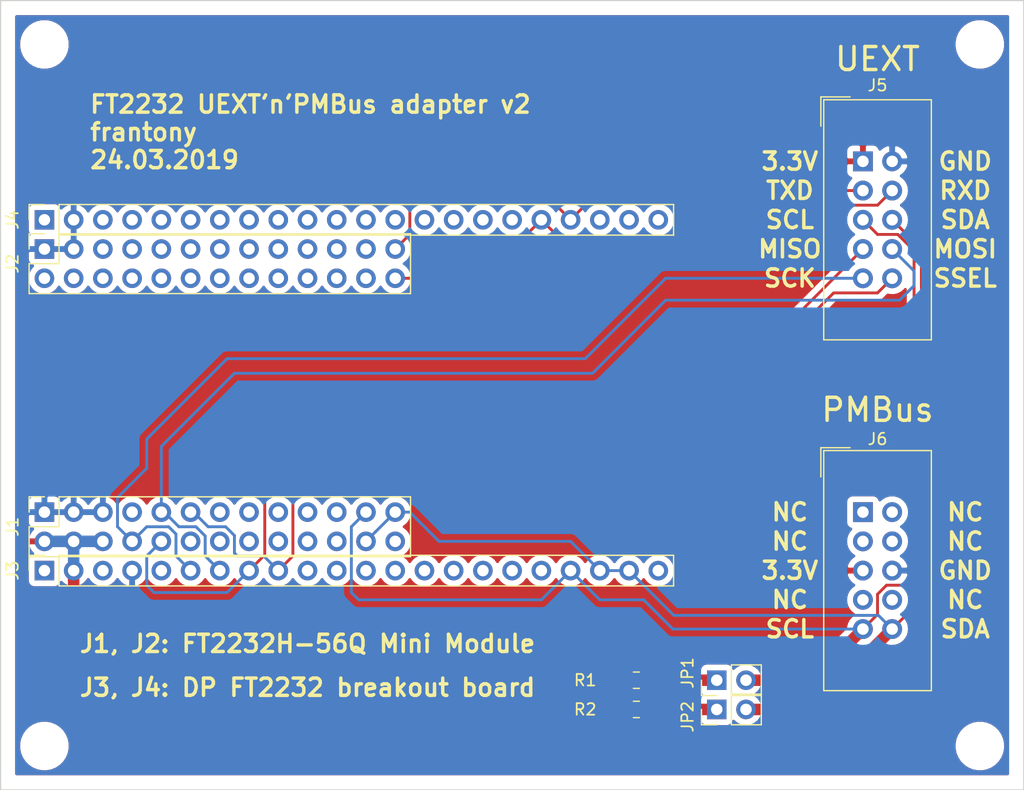
<source format=kicad_pcb>
(kicad_pcb (version 20171130) (host pcbnew 5.1.0-rc1-unknown+20190224+dfsg1-1)

  (general
    (thickness 1.6)
    (drawings 29)
    (tracks 124)
    (zones 0)
    (modules 14)
    (nets 13)
  )

  (page A4)
  (title_block
    (title "FT2232 UEXT'n'PMBus adapter v2")
    (date "24.03.2019")
  )

  (layers
    (0 F.Cu signal hide)
    (31 B.Cu signal hide)
    (32 B.Adhes user)
    (33 F.Adhes user)
    (34 B.Paste user)
    (35 F.Paste user)
    (36 B.SilkS user)
    (37 F.SilkS user)
    (38 B.Mask user)
    (39 F.Mask user)
    (40 Dwgs.User user)
    (41 Cmts.User user)
    (42 Eco1.User user)
    (43 Eco2.User user)
    (44 Edge.Cuts user)
    (45 Margin user)
    (46 B.CrtYd user)
    (47 F.CrtYd user)
    (48 B.Fab user)
    (49 F.Fab user)
  )

  (setup
    (last_trace_width 0.25)
    (user_trace_width 0.5)
    (user_trace_width 0.8)
    (user_trace_width 1)
    (trace_clearance 0.2)
    (zone_clearance 0.508)
    (zone_45_only no)
    (trace_min 0.2)
    (via_size 0.8)
    (via_drill 0.4)
    (via_min_size 0.4)
    (via_min_drill 0.3)
    (uvia_size 0.3)
    (uvia_drill 0.1)
    (uvias_allowed no)
    (uvia_min_size 0.2)
    (uvia_min_drill 0.1)
    (edge_width 0.1)
    (segment_width 0.2)
    (pcb_text_width 0.3)
    (pcb_text_size 1.5 1.5)
    (mod_edge_width 0.15)
    (mod_text_size 1 1)
    (mod_text_width 0.15)
    (pad_size 1.5 1.5)
    (pad_drill 0.6)
    (pad_to_mask_clearance 0)
    (aux_axis_origin 0 0)
    (visible_elements FFFFFF7F)
    (pcbplotparams
      (layerselection 0x010fc_ffffffff)
      (usegerberextensions false)
      (usegerberattributes false)
      (usegerberadvancedattributes false)
      (creategerberjobfile false)
      (excludeedgelayer true)
      (linewidth 0.100000)
      (plotframeref false)
      (viasonmask false)
      (mode 1)
      (useauxorigin false)
      (hpglpennumber 1)
      (hpglpenspeed 20)
      (hpglpendiameter 15.000000)
      (psnegative false)
      (psa4output false)
      (plotreference true)
      (plotvalue true)
      (plotinvisibletext false)
      (padsonsilk false)
      (subtractmaskfromsilk false)
      (outputformat 1)
      (mirror false)
      (drillshape 1)
      (scaleselection 1)
      (outputdirectory ""))
  )

  (net 0 "")
  (net 1 /VCC3V3)
  (net 2 /GND)
  (net 3 /SDA)
  (net 4 /SCL)
  (net 5 /SCK)
  (net 6 /MISO)
  (net 7 /MOSI)
  (net 8 /SSEL)
  (net 9 /TXD)
  (net 10 /RXD)
  (net 11 "Net-(JP1-Pad1)")
  (net 12 "Net-(JP2-Pad1)")

  (net_class Default "This is the default net class."
    (clearance 0.2)
    (trace_width 0.25)
    (via_dia 0.8)
    (via_drill 0.4)
    (uvia_dia 0.3)
    (uvia_drill 0.1)
    (add_net /GND)
    (add_net /MISO)
    (add_net /MOSI)
    (add_net /RXD)
    (add_net /SCK)
    (add_net /SCL)
    (add_net /SDA)
    (add_net /SSEL)
    (add_net /TXD)
    (add_net /VCC3V3)
    (add_net "Net-(JP1-Pad1)")
    (add_net "Net-(JP2-Pad1)")
  )

  (module Resistor_SMD:R_0805_2012Metric_Pad1.15x1.40mm_HandSolder (layer F.Cu) (tedit 5B36C52B) (tstamp 5C93411A)
    (at 160.655 103.505)
    (descr "Resistor SMD 0805 (2012 Metric), square (rectangular) end terminal, IPC_7351 nominal with elongated pad for handsoldering. (Body size source: https://docs.google.com/spreadsheets/d/1BsfQQcO9C6DZCsRaXUlFlo91Tg2WpOkGARC1WS5S8t0/edit?usp=sharing), generated with kicad-footprint-generator")
    (tags "resistor handsolder")
    (path /5C87EA71)
    (attr smd)
    (fp_text reference R2 (at -4.445 0) (layer F.SilkS)
      (effects (font (size 1 1) (thickness 0.15)))
    )
    (fp_text value 10K/1% (at 0 1.65) (layer F.Fab)
      (effects (font (size 1 1) (thickness 0.15)))
    )
    (fp_text user %R (at 0 0) (layer F.Fab)
      (effects (font (size 0.5 0.5) (thickness 0.08)))
    )
    (fp_line (start 1.85 0.95) (end -1.85 0.95) (layer F.CrtYd) (width 0.05))
    (fp_line (start 1.85 -0.95) (end 1.85 0.95) (layer F.CrtYd) (width 0.05))
    (fp_line (start -1.85 -0.95) (end 1.85 -0.95) (layer F.CrtYd) (width 0.05))
    (fp_line (start -1.85 0.95) (end -1.85 -0.95) (layer F.CrtYd) (width 0.05))
    (fp_line (start -0.261252 0.71) (end 0.261252 0.71) (layer F.SilkS) (width 0.12))
    (fp_line (start -0.261252 -0.71) (end 0.261252 -0.71) (layer F.SilkS) (width 0.12))
    (fp_line (start 1 0.6) (end -1 0.6) (layer F.Fab) (width 0.1))
    (fp_line (start 1 -0.6) (end 1 0.6) (layer F.Fab) (width 0.1))
    (fp_line (start -1 -0.6) (end 1 -0.6) (layer F.Fab) (width 0.1))
    (fp_line (start -1 0.6) (end -1 -0.6) (layer F.Fab) (width 0.1))
    (pad 2 smd roundrect (at 1.025 0) (size 1.15 1.4) (layers F.Cu F.Paste F.Mask) (roundrect_rratio 0.217391)
      (net 12 "Net-(JP2-Pad1)"))
    (pad 1 smd roundrect (at -1.025 0) (size 1.15 1.4) (layers F.Cu F.Paste F.Mask) (roundrect_rratio 0.217391)
      (net 1 /VCC3V3))
    (model ${KISYS3DMOD}/Resistor_SMD.3dshapes/R_0805_2012Metric.wrl
      (at (xyz 0 0 0))
      (scale (xyz 1 1 1))
      (rotate (xyz 0 0 0))
    )
  )

  (module Resistor_SMD:R_0805_2012Metric_Pad1.15x1.40mm_HandSolder (layer F.Cu) (tedit 5B36C52B) (tstamp 5C934109)
    (at 160.655 100.965)
    (descr "Resistor SMD 0805 (2012 Metric), square (rectangular) end terminal, IPC_7351 nominal with elongated pad for handsoldering. (Body size source: https://docs.google.com/spreadsheets/d/1BsfQQcO9C6DZCsRaXUlFlo91Tg2WpOkGARC1WS5S8t0/edit?usp=sharing), generated with kicad-footprint-generator")
    (tags "resistor handsolder")
    (path /5C86DA22)
    (attr smd)
    (fp_text reference R1 (at -4.445 0) (layer F.SilkS)
      (effects (font (size 1 1) (thickness 0.15)))
    )
    (fp_text value 10K/1% (at 0 1.65) (layer F.Fab)
      (effects (font (size 1 1) (thickness 0.15)))
    )
    (fp_text user %R (at 0 0) (layer F.Fab)
      (effects (font (size 0.5 0.5) (thickness 0.08)))
    )
    (fp_line (start 1.85 0.95) (end -1.85 0.95) (layer F.CrtYd) (width 0.05))
    (fp_line (start 1.85 -0.95) (end 1.85 0.95) (layer F.CrtYd) (width 0.05))
    (fp_line (start -1.85 -0.95) (end 1.85 -0.95) (layer F.CrtYd) (width 0.05))
    (fp_line (start -1.85 0.95) (end -1.85 -0.95) (layer F.CrtYd) (width 0.05))
    (fp_line (start -0.261252 0.71) (end 0.261252 0.71) (layer F.SilkS) (width 0.12))
    (fp_line (start -0.261252 -0.71) (end 0.261252 -0.71) (layer F.SilkS) (width 0.12))
    (fp_line (start 1 0.6) (end -1 0.6) (layer F.Fab) (width 0.1))
    (fp_line (start 1 -0.6) (end 1 0.6) (layer F.Fab) (width 0.1))
    (fp_line (start -1 -0.6) (end 1 -0.6) (layer F.Fab) (width 0.1))
    (fp_line (start -1 0.6) (end -1 -0.6) (layer F.Fab) (width 0.1))
    (pad 2 smd roundrect (at 1.025 0) (size 1.15 1.4) (layers F.Cu F.Paste F.Mask) (roundrect_rratio 0.217391)
      (net 11 "Net-(JP1-Pad1)"))
    (pad 1 smd roundrect (at -1.025 0) (size 1.15 1.4) (layers F.Cu F.Paste F.Mask) (roundrect_rratio 0.217391)
      (net 1 /VCC3V3))
    (model ${KISYS3DMOD}/Resistor_SMD.3dshapes/R_0805_2012Metric.wrl
      (at (xyz 0 0 0))
      (scale (xyz 1 1 1))
      (rotate (xyz 0 0 0))
    )
  )

  (module Connector_PinHeader_2.54mm:PinHeader_1x02_P2.54mm_Vertical (layer F.Cu) (tedit 59FED5CC) (tstamp 5C9340C0)
    (at 167.64 103.505 90)
    (descr "Through hole straight pin header, 1x02, 2.54mm pitch, single row")
    (tags "Through hole pin header THT 1x02 2.54mm single row")
    (path /5C994455)
    (fp_text reference JP2 (at -0.635 -2.54 270) (layer F.SilkS)
      (effects (font (size 1 1) (thickness 0.15)))
    )
    (fp_text value Jumper (at 0 4.87 90) (layer F.Fab)
      (effects (font (size 1 1) (thickness 0.15)))
    )
    (fp_text user %R (at 0 1.27 -180) (layer F.Fab)
      (effects (font (size 1 1) (thickness 0.15)))
    )
    (fp_line (start 1.8 -1.8) (end -1.8 -1.8) (layer F.CrtYd) (width 0.05))
    (fp_line (start 1.8 4.35) (end 1.8 -1.8) (layer F.CrtYd) (width 0.05))
    (fp_line (start -1.8 4.35) (end 1.8 4.35) (layer F.CrtYd) (width 0.05))
    (fp_line (start -1.8 -1.8) (end -1.8 4.35) (layer F.CrtYd) (width 0.05))
    (fp_line (start -1.33 -1.33) (end 0 -1.33) (layer F.SilkS) (width 0.12))
    (fp_line (start -1.33 0) (end -1.33 -1.33) (layer F.SilkS) (width 0.12))
    (fp_line (start -1.33 1.27) (end 1.33 1.27) (layer F.SilkS) (width 0.12))
    (fp_line (start 1.33 1.27) (end 1.33 3.87) (layer F.SilkS) (width 0.12))
    (fp_line (start -1.33 1.27) (end -1.33 3.87) (layer F.SilkS) (width 0.12))
    (fp_line (start -1.33 3.87) (end 1.33 3.87) (layer F.SilkS) (width 0.12))
    (fp_line (start -1.27 -0.635) (end -0.635 -1.27) (layer F.Fab) (width 0.1))
    (fp_line (start -1.27 3.81) (end -1.27 -0.635) (layer F.Fab) (width 0.1))
    (fp_line (start 1.27 3.81) (end -1.27 3.81) (layer F.Fab) (width 0.1))
    (fp_line (start 1.27 -1.27) (end 1.27 3.81) (layer F.Fab) (width 0.1))
    (fp_line (start -0.635 -1.27) (end 1.27 -1.27) (layer F.Fab) (width 0.1))
    (pad 2 thru_hole oval (at 0 2.54 90) (size 1.7 1.7) (drill 1) (layers *.Cu *.Mask)
      (net 3 /SDA))
    (pad 1 thru_hole rect (at 0 0 90) (size 1.7 1.7) (drill 1) (layers *.Cu *.Mask)
      (net 12 "Net-(JP2-Pad1)"))
    (model ${KISYS3DMOD}/Connector_PinHeader_2.54mm.3dshapes/PinHeader_1x02_P2.54mm_Vertical.wrl
      (at (xyz 0 0 0))
      (scale (xyz 1 1 1))
      (rotate (xyz 0 0 0))
    )
  )

  (module Connector_PinHeader_2.54mm:PinHeader_1x02_P2.54mm_Vertical (layer F.Cu) (tedit 59FED5CC) (tstamp 5C9340AA)
    (at 167.64 100.965 90)
    (descr "Through hole straight pin header, 1x02, 2.54mm pitch, single row")
    (tags "Through hole pin header THT 1x02 2.54mm single row")
    (path /5C9640E0)
    (fp_text reference JP1 (at 0.635 -2.54 90) (layer F.SilkS)
      (effects (font (size 1 1) (thickness 0.15)))
    )
    (fp_text value Jumper (at 0 4.87 90) (layer F.Fab)
      (effects (font (size 1 1) (thickness 0.15)))
    )
    (fp_text user %R (at 0 1.27 180) (layer F.Fab)
      (effects (font (size 1 1) (thickness 0.15)))
    )
    (fp_line (start 1.8 -1.8) (end -1.8 -1.8) (layer F.CrtYd) (width 0.05))
    (fp_line (start 1.8 4.35) (end 1.8 -1.8) (layer F.CrtYd) (width 0.05))
    (fp_line (start -1.8 4.35) (end 1.8 4.35) (layer F.CrtYd) (width 0.05))
    (fp_line (start -1.8 -1.8) (end -1.8 4.35) (layer F.CrtYd) (width 0.05))
    (fp_line (start -1.33 -1.33) (end 0 -1.33) (layer F.SilkS) (width 0.12))
    (fp_line (start -1.33 0) (end -1.33 -1.33) (layer F.SilkS) (width 0.12))
    (fp_line (start -1.33 1.27) (end 1.33 1.27) (layer F.SilkS) (width 0.12))
    (fp_line (start 1.33 1.27) (end 1.33 3.87) (layer F.SilkS) (width 0.12))
    (fp_line (start -1.33 1.27) (end -1.33 3.87) (layer F.SilkS) (width 0.12))
    (fp_line (start -1.33 3.87) (end 1.33 3.87) (layer F.SilkS) (width 0.12))
    (fp_line (start -1.27 -0.635) (end -0.635 -1.27) (layer F.Fab) (width 0.1))
    (fp_line (start -1.27 3.81) (end -1.27 -0.635) (layer F.Fab) (width 0.1))
    (fp_line (start 1.27 3.81) (end -1.27 3.81) (layer F.Fab) (width 0.1))
    (fp_line (start 1.27 -1.27) (end 1.27 3.81) (layer F.Fab) (width 0.1))
    (fp_line (start -0.635 -1.27) (end 1.27 -1.27) (layer F.Fab) (width 0.1))
    (pad 2 thru_hole oval (at 0 2.54 90) (size 1.7 1.7) (drill 1) (layers *.Cu *.Mask)
      (net 4 /SCL))
    (pad 1 thru_hole rect (at 0 0 90) (size 1.7 1.7) (drill 1) (layers *.Cu *.Mask)
      (net 11 "Net-(JP1-Pad1)"))
    (model ${KISYS3DMOD}/Connector_PinHeader_2.54mm.3dshapes/PinHeader_1x02_P2.54mm_Vertical.wrl
      (at (xyz 0 0 0))
      (scale (xyz 1 1 1))
      (rotate (xyz 0 0 0))
    )
  )

  (module Connector_PinSocket_2.54mm:PinSocket_2x13_P2.54mm_Vertical locked (layer F.Cu) (tedit 5A19A430) (tstamp 5C8F98B4)
    (at 109.22 86.36 90)
    (descr "Through hole straight socket strip, 2x13, 2.54mm pitch, double cols (from Kicad 4.0.7), script generated")
    (tags "Through hole socket strip THT 2x13 2.54mm double row")
    (path /5B26A942)
    (fp_text reference J1 (at -1.27 -2.77 90) (layer F.SilkS)
      (effects (font (size 1 1) (thickness 0.15)))
    )
    (fp_text value Conn_02x13_Odd_Even (at -1.27 33.25 90) (layer F.Fab)
      (effects (font (size 1 1) (thickness 0.15)))
    )
    (fp_text user %R (at -1.27 15.24 180) (layer F.Fab)
      (effects (font (size 1 1) (thickness 0.15)))
    )
    (fp_line (start -4.34 32.25) (end -4.34 -1.8) (layer F.CrtYd) (width 0.05))
    (fp_line (start 1.76 32.25) (end -4.34 32.25) (layer F.CrtYd) (width 0.05))
    (fp_line (start 1.76 -1.8) (end 1.76 32.25) (layer F.CrtYd) (width 0.05))
    (fp_line (start -4.34 -1.8) (end 1.76 -1.8) (layer F.CrtYd) (width 0.05))
    (fp_line (start 0 -1.33) (end 1.33 -1.33) (layer F.SilkS) (width 0.12))
    (fp_line (start 1.33 -1.33) (end 1.33 0) (layer F.SilkS) (width 0.12))
    (fp_line (start -1.27 -1.33) (end -1.27 1.27) (layer F.SilkS) (width 0.12))
    (fp_line (start -1.27 1.27) (end 1.33 1.27) (layer F.SilkS) (width 0.12))
    (fp_line (start 1.33 1.27) (end 1.33 31.81) (layer F.SilkS) (width 0.12))
    (fp_line (start -3.87 31.81) (end 1.33 31.81) (layer F.SilkS) (width 0.12))
    (fp_line (start -3.87 -1.33) (end -3.87 31.81) (layer F.SilkS) (width 0.12))
    (fp_line (start -3.87 -1.33) (end -1.27 -1.33) (layer F.SilkS) (width 0.12))
    (fp_line (start -3.81 31.75) (end -3.81 -1.27) (layer F.Fab) (width 0.1))
    (fp_line (start 1.27 31.75) (end -3.81 31.75) (layer F.Fab) (width 0.1))
    (fp_line (start 1.27 -0.27) (end 1.27 31.75) (layer F.Fab) (width 0.1))
    (fp_line (start 0.27 -1.27) (end 1.27 -0.27) (layer F.Fab) (width 0.1))
    (fp_line (start -3.81 -1.27) (end 0.27 -1.27) (layer F.Fab) (width 0.1))
    (pad 26 thru_hole oval (at -2.54 30.48 90) (size 1.7 1.7) (drill 1) (layers *.Cu *.Mask))
    (pad 25 thru_hole oval (at 0 30.48 90) (size 1.7 1.7) (drill 1) (layers *.Cu *.Mask)
      (net 3 /SDA))
    (pad 24 thru_hole oval (at -2.54 27.94 90) (size 1.7 1.7) (drill 1) (layers *.Cu *.Mask)
      (net 3 /SDA))
    (pad 23 thru_hole oval (at 0 27.94 90) (size 1.7 1.7) (drill 1) (layers *.Cu *.Mask)
      (net 4 /SCL))
    (pad 22 thru_hole oval (at -2.54 25.4 90) (size 1.7 1.7) (drill 1) (layers *.Cu *.Mask))
    (pad 21 thru_hole oval (at 0 25.4 90) (size 1.7 1.7) (drill 1) (layers *.Cu *.Mask))
    (pad 20 thru_hole oval (at -2.54 22.86 90) (size 1.7 1.7) (drill 1) (layers *.Cu *.Mask))
    (pad 19 thru_hole oval (at 0 22.86 90) (size 1.7 1.7) (drill 1) (layers *.Cu *.Mask))
    (pad 18 thru_hole oval (at -2.54 20.32 90) (size 1.7 1.7) (drill 1) (layers *.Cu *.Mask))
    (pad 17 thru_hole oval (at 0 20.32 90) (size 1.7 1.7) (drill 1) (layers *.Cu *.Mask))
    (pad 16 thru_hole oval (at -2.54 17.78 90) (size 1.7 1.7) (drill 1) (layers *.Cu *.Mask))
    (pad 15 thru_hole oval (at 0 17.78 90) (size 1.7 1.7) (drill 1) (layers *.Cu *.Mask))
    (pad 14 thru_hole oval (at -2.54 15.24 90) (size 1.7 1.7) (drill 1) (layers *.Cu *.Mask))
    (pad 13 thru_hole oval (at 0 15.24 90) (size 1.7 1.7) (drill 1) (layers *.Cu *.Mask))
    (pad 12 thru_hole oval (at -2.54 12.7 90) (size 1.7 1.7) (drill 1) (layers *.Cu *.Mask))
    (pad 11 thru_hole oval (at 0 12.7 90) (size 1.7 1.7) (drill 1) (layers *.Cu *.Mask)
      (net 8 /SSEL))
    (pad 10 thru_hole oval (at -2.54 10.16 90) (size 1.7 1.7) (drill 1) (layers *.Cu *.Mask)
      (net 6 /MISO))
    (pad 9 thru_hole oval (at 0 10.16 90) (size 1.7 1.7) (drill 1) (layers *.Cu *.Mask)
      (net 7 /MOSI))
    (pad 8 thru_hole oval (at -2.54 7.62 90) (size 1.7 1.7) (drill 1) (layers *.Cu *.Mask)
      (net 5 /SCK))
    (pad 7 thru_hole oval (at 0 7.62 90) (size 1.7 1.7) (drill 1) (layers *.Cu *.Mask))
    (pad 6 thru_hole oval (at -2.54 5.08 90) (size 1.7 1.7) (drill 1) (layers *.Cu *.Mask)
      (net 1 /VCC3V3))
    (pad 5 thru_hole oval (at 0 5.08 90) (size 1.7 1.7) (drill 1) (layers *.Cu *.Mask)
      (net 2 /GND))
    (pad 4 thru_hole oval (at -2.54 2.54 90) (size 1.7 1.7) (drill 1) (layers *.Cu *.Mask)
      (net 1 /VCC3V3))
    (pad 3 thru_hole oval (at 0 2.54 90) (size 1.7 1.7) (drill 1) (layers *.Cu *.Mask)
      (net 2 /GND))
    (pad 2 thru_hole oval (at -2.54 0 90) (size 1.7 1.7) (drill 1) (layers *.Cu *.Mask)
      (net 1 /VCC3V3))
    (pad 1 thru_hole rect (at 0 0 90) (size 1.7 1.7) (drill 1) (layers *.Cu *.Mask)
      (net 2 /GND))
    (model ${KISYS3DMOD}/Connector_PinSocket_2.54mm.3dshapes/PinSocket_2x13_P2.54mm_Vertical.wrl
      (at (xyz 0 0 0))
      (scale (xyz 1 1 1))
      (rotate (xyz 0 0 0))
    )
  )

  (module Connector_PinSocket_2.54mm:PinSocket_2x13_P2.54mm_Vertical locked (layer F.Cu) (tedit 5A19A430) (tstamp 5B327C98)
    (at 109.22 63.5 90)
    (descr "Through hole straight socket strip, 2x13, 2.54mm pitch, double cols (from Kicad 4.0.7), script generated")
    (tags "Through hole socket strip THT 2x13 2.54mm double row")
    (path /5B2AC264)
    (fp_text reference J2 (at -1.27 -2.77 90) (layer F.SilkS)
      (effects (font (size 1 1) (thickness 0.15)))
    )
    (fp_text value Conn_02x13_Odd_Even (at -1.27 33.25 90) (layer F.Fab)
      (effects (font (size 1 1) (thickness 0.15)))
    )
    (fp_text user %R (at -1.27 15.24 180) (layer F.Fab)
      (effects (font (size 1 1) (thickness 0.15)))
    )
    (fp_line (start -4.34 32.25) (end -4.34 -1.8) (layer F.CrtYd) (width 0.05))
    (fp_line (start 1.76 32.25) (end -4.34 32.25) (layer F.CrtYd) (width 0.05))
    (fp_line (start 1.76 -1.8) (end 1.76 32.25) (layer F.CrtYd) (width 0.05))
    (fp_line (start -4.34 -1.8) (end 1.76 -1.8) (layer F.CrtYd) (width 0.05))
    (fp_line (start 0 -1.33) (end 1.33 -1.33) (layer F.SilkS) (width 0.12))
    (fp_line (start 1.33 -1.33) (end 1.33 0) (layer F.SilkS) (width 0.12))
    (fp_line (start -1.27 -1.33) (end -1.27 1.27) (layer F.SilkS) (width 0.12))
    (fp_line (start -1.27 1.27) (end 1.33 1.27) (layer F.SilkS) (width 0.12))
    (fp_line (start 1.33 1.27) (end 1.33 31.81) (layer F.SilkS) (width 0.12))
    (fp_line (start -3.87 31.81) (end 1.33 31.81) (layer F.SilkS) (width 0.12))
    (fp_line (start -3.87 -1.33) (end -3.87 31.81) (layer F.SilkS) (width 0.12))
    (fp_line (start -3.87 -1.33) (end -1.27 -1.33) (layer F.SilkS) (width 0.12))
    (fp_line (start -3.81 31.75) (end -3.81 -1.27) (layer F.Fab) (width 0.1))
    (fp_line (start 1.27 31.75) (end -3.81 31.75) (layer F.Fab) (width 0.1))
    (fp_line (start 1.27 -0.27) (end 1.27 31.75) (layer F.Fab) (width 0.1))
    (fp_line (start 0.27 -1.27) (end 1.27 -0.27) (layer F.Fab) (width 0.1))
    (fp_line (start -3.81 -1.27) (end 0.27 -1.27) (layer F.Fab) (width 0.1))
    (pad 26 thru_hole oval (at -2.54 30.48 90) (size 1.7 1.7) (drill 1) (layers *.Cu *.Mask)
      (net 10 /RXD))
    (pad 25 thru_hole oval (at 0 30.48 90) (size 1.7 1.7) (drill 1) (layers *.Cu *.Mask)
      (net 9 /TXD))
    (pad 24 thru_hole oval (at -2.54 27.94 90) (size 1.7 1.7) (drill 1) (layers *.Cu *.Mask))
    (pad 23 thru_hole oval (at 0 27.94 90) (size 1.7 1.7) (drill 1) (layers *.Cu *.Mask))
    (pad 22 thru_hole oval (at -2.54 25.4 90) (size 1.7 1.7) (drill 1) (layers *.Cu *.Mask))
    (pad 21 thru_hole oval (at 0 25.4 90) (size 1.7 1.7) (drill 1) (layers *.Cu *.Mask))
    (pad 20 thru_hole oval (at -2.54 22.86 90) (size 1.7 1.7) (drill 1) (layers *.Cu *.Mask))
    (pad 19 thru_hole oval (at 0 22.86 90) (size 1.7 1.7) (drill 1) (layers *.Cu *.Mask))
    (pad 18 thru_hole oval (at -2.54 20.32 90) (size 1.7 1.7) (drill 1) (layers *.Cu *.Mask))
    (pad 17 thru_hole oval (at 0 20.32 90) (size 1.7 1.7) (drill 1) (layers *.Cu *.Mask))
    (pad 16 thru_hole oval (at -2.54 17.78 90) (size 1.7 1.7) (drill 1) (layers *.Cu *.Mask))
    (pad 15 thru_hole oval (at 0 17.78 90) (size 1.7 1.7) (drill 1) (layers *.Cu *.Mask))
    (pad 14 thru_hole oval (at -2.54 15.24 90) (size 1.7 1.7) (drill 1) (layers *.Cu *.Mask))
    (pad 13 thru_hole oval (at 0 15.24 90) (size 1.7 1.7) (drill 1) (layers *.Cu *.Mask))
    (pad 12 thru_hole oval (at -2.54 12.7 90) (size 1.7 1.7) (drill 1) (layers *.Cu *.Mask))
    (pad 11 thru_hole oval (at 0 12.7 90) (size 1.7 1.7) (drill 1) (layers *.Cu *.Mask))
    (pad 10 thru_hole oval (at -2.54 10.16 90) (size 1.7 1.7) (drill 1) (layers *.Cu *.Mask))
    (pad 9 thru_hole oval (at 0 10.16 90) (size 1.7 1.7) (drill 1) (layers *.Cu *.Mask))
    (pad 8 thru_hole oval (at -2.54 7.62 90) (size 1.7 1.7) (drill 1) (layers *.Cu *.Mask))
    (pad 7 thru_hole oval (at 0 7.62 90) (size 1.7 1.7) (drill 1) (layers *.Cu *.Mask))
    (pad 6 thru_hole oval (at -2.54 5.08 90) (size 1.7 1.7) (drill 1) (layers *.Cu *.Mask))
    (pad 5 thru_hole oval (at 0 5.08 90) (size 1.7 1.7) (drill 1) (layers *.Cu *.Mask))
    (pad 4 thru_hole oval (at -2.54 2.54 90) (size 1.7 1.7) (drill 1) (layers *.Cu *.Mask))
    (pad 3 thru_hole oval (at 0 2.54 90) (size 1.7 1.7) (drill 1) (layers *.Cu *.Mask)
      (net 2 /GND))
    (pad 2 thru_hole oval (at -2.54 0 90) (size 1.7 1.7) (drill 1) (layers *.Cu *.Mask))
    (pad 1 thru_hole rect (at 0 0 90) (size 1.7 1.7) (drill 1) (layers *.Cu *.Mask)
      (net 2 /GND))
    (model ${KISYS3DMOD}/Connector_PinSocket_2.54mm.3dshapes/PinSocket_2x13_P2.54mm_Vertical.wrl
      (at (xyz 0 0 0))
      (scale (xyz 1 1 1))
      (rotate (xyz 0 0 0))
    )
  )

  (module Connector_IDC:IDC-Header_2x05_P2.54mm_Vertical (layer F.Cu) (tedit 59DE0611) (tstamp 5B32825F)
    (at 180.34 55.88)
    (descr "Through hole straight IDC box header, 2x05, 2.54mm pitch, double rows")
    (tags "Through hole IDC box header THT 2x05 2.54mm double row")
    (path /5B1EBDC7)
    (fp_text reference J5 (at 1.27 -6.604) (layer F.SilkS)
      (effects (font (size 1 1) (thickness 0.15)))
    )
    (fp_text value Conn_02x05_Odd_Even (at 1.27 16.764) (layer F.Fab)
      (effects (font (size 1 1) (thickness 0.15)))
    )
    (fp_text user %R (at 1.27 5.08) (layer F.Fab)
      (effects (font (size 1 1) (thickness 0.15)))
    )
    (fp_line (start 5.695 -5.1) (end 5.695 15.26) (layer F.Fab) (width 0.1))
    (fp_line (start 5.145 -4.56) (end 5.145 14.7) (layer F.Fab) (width 0.1))
    (fp_line (start -3.155 -5.1) (end -3.155 15.26) (layer F.Fab) (width 0.1))
    (fp_line (start -2.605 -4.56) (end -2.605 2.83) (layer F.Fab) (width 0.1))
    (fp_line (start -2.605 7.33) (end -2.605 14.7) (layer F.Fab) (width 0.1))
    (fp_line (start -2.605 2.83) (end -3.155 2.83) (layer F.Fab) (width 0.1))
    (fp_line (start -2.605 7.33) (end -3.155 7.33) (layer F.Fab) (width 0.1))
    (fp_line (start 5.695 -5.1) (end -3.155 -5.1) (layer F.Fab) (width 0.1))
    (fp_line (start 5.145 -4.56) (end -2.605 -4.56) (layer F.Fab) (width 0.1))
    (fp_line (start 5.695 15.26) (end -3.155 15.26) (layer F.Fab) (width 0.1))
    (fp_line (start 5.145 14.7) (end -2.605 14.7) (layer F.Fab) (width 0.1))
    (fp_line (start 5.695 -5.1) (end 5.145 -4.56) (layer F.Fab) (width 0.1))
    (fp_line (start 5.695 15.26) (end 5.145 14.7) (layer F.Fab) (width 0.1))
    (fp_line (start -3.155 -5.1) (end -2.605 -4.56) (layer F.Fab) (width 0.1))
    (fp_line (start -3.155 15.26) (end -2.605 14.7) (layer F.Fab) (width 0.1))
    (fp_line (start 5.95 -5.35) (end 5.95 15.51) (layer F.CrtYd) (width 0.05))
    (fp_line (start 5.95 15.51) (end -3.41 15.51) (layer F.CrtYd) (width 0.05))
    (fp_line (start -3.41 15.51) (end -3.41 -5.35) (layer F.CrtYd) (width 0.05))
    (fp_line (start -3.41 -5.35) (end 5.95 -5.35) (layer F.CrtYd) (width 0.05))
    (fp_line (start 5.945 -5.35) (end 5.945 15.51) (layer F.SilkS) (width 0.12))
    (fp_line (start 5.945 15.51) (end -3.405 15.51) (layer F.SilkS) (width 0.12))
    (fp_line (start -3.405 15.51) (end -3.405 -5.35) (layer F.SilkS) (width 0.12))
    (fp_line (start -3.405 -5.35) (end 5.945 -5.35) (layer F.SilkS) (width 0.12))
    (fp_line (start -3.655 -5.6) (end -3.655 -3.06) (layer F.SilkS) (width 0.12))
    (fp_line (start -3.655 -5.6) (end -1.115 -5.6) (layer F.SilkS) (width 0.12))
    (pad 1 thru_hole rect (at 0 0) (size 1.7272 1.7272) (drill 1) (layers *.Cu *.Mask)
      (net 1 /VCC3V3))
    (pad 2 thru_hole oval (at 2.54 0) (size 1.7272 1.7272) (drill 1) (layers *.Cu *.Mask)
      (net 2 /GND))
    (pad 3 thru_hole oval (at 0 2.54) (size 1.7272 1.7272) (drill 1) (layers *.Cu *.Mask)
      (net 9 /TXD))
    (pad 4 thru_hole oval (at 2.54 2.54) (size 1.7272 1.7272) (drill 1) (layers *.Cu *.Mask)
      (net 10 /RXD))
    (pad 5 thru_hole oval (at 0 5.08) (size 1.7272 1.7272) (drill 1) (layers *.Cu *.Mask)
      (net 4 /SCL))
    (pad 6 thru_hole oval (at 2.54 5.08) (size 1.7272 1.7272) (drill 1) (layers *.Cu *.Mask)
      (net 3 /SDA))
    (pad 7 thru_hole oval (at 0 7.62) (size 1.7272 1.7272) (drill 1) (layers *.Cu *.Mask)
      (net 6 /MISO))
    (pad 8 thru_hole oval (at 2.54 7.62) (size 1.7272 1.7272) (drill 1) (layers *.Cu *.Mask)
      (net 7 /MOSI))
    (pad 9 thru_hole oval (at 0 10.16) (size 1.7272 1.7272) (drill 1) (layers *.Cu *.Mask)
      (net 5 /SCK))
    (pad 10 thru_hole oval (at 2.54 10.16) (size 1.7272 1.7272) (drill 1) (layers *.Cu *.Mask)
      (net 8 /SSEL))
    (model ${KISYS3DMOD}/Connector_IDC.3dshapes/IDC-Header_2x05_P2.54mm_Vertical.wrl
      (at (xyz 0 0 0))
      (scale (xyz 1 1 1))
      (rotate (xyz 0 0 0))
    )
  )

  (module Connector_IDC:IDC-Header_2x05_P2.54mm_Vertical (layer F.Cu) (tedit 59DE0611) (tstamp 5B327124)
    (at 180.34 86.36)
    (descr "Through hole straight IDC box header, 2x05, 2.54mm pitch, double rows")
    (tags "Through hole IDC box header THT 2x05 2.54mm double row")
    (path /5B25580F)
    (fp_text reference J6 (at 1.27 -6.35) (layer F.SilkS)
      (effects (font (size 1 1) (thickness 0.15)))
    )
    (fp_text value Conn_02x05_Odd_Even (at 1.27 16.764) (layer F.Fab)
      (effects (font (size 1 1) (thickness 0.15)))
    )
    (fp_line (start -3.655 -5.6) (end -1.115 -5.6) (layer F.SilkS) (width 0.12))
    (fp_line (start -3.655 -5.6) (end -3.655 -3.06) (layer F.SilkS) (width 0.12))
    (fp_line (start -3.405 -5.35) (end 5.945 -5.35) (layer F.SilkS) (width 0.12))
    (fp_line (start -3.405 15.51) (end -3.405 -5.35) (layer F.SilkS) (width 0.12))
    (fp_line (start 5.945 15.51) (end -3.405 15.51) (layer F.SilkS) (width 0.12))
    (fp_line (start 5.945 -5.35) (end 5.945 15.51) (layer F.SilkS) (width 0.12))
    (fp_line (start -3.41 -5.35) (end 5.95 -5.35) (layer F.CrtYd) (width 0.05))
    (fp_line (start -3.41 15.51) (end -3.41 -5.35) (layer F.CrtYd) (width 0.05))
    (fp_line (start 5.95 15.51) (end -3.41 15.51) (layer F.CrtYd) (width 0.05))
    (fp_line (start 5.95 -5.35) (end 5.95 15.51) (layer F.CrtYd) (width 0.05))
    (fp_line (start -3.155 15.26) (end -2.605 14.7) (layer F.Fab) (width 0.1))
    (fp_line (start -3.155 -5.1) (end -2.605 -4.56) (layer F.Fab) (width 0.1))
    (fp_line (start 5.695 15.26) (end 5.145 14.7) (layer F.Fab) (width 0.1))
    (fp_line (start 5.695 -5.1) (end 5.145 -4.56) (layer F.Fab) (width 0.1))
    (fp_line (start 5.145 14.7) (end -2.605 14.7) (layer F.Fab) (width 0.1))
    (fp_line (start 5.695 15.26) (end -3.155 15.26) (layer F.Fab) (width 0.1))
    (fp_line (start 5.145 -4.56) (end -2.605 -4.56) (layer F.Fab) (width 0.1))
    (fp_line (start 5.695 -5.1) (end -3.155 -5.1) (layer F.Fab) (width 0.1))
    (fp_line (start -2.605 7.33) (end -3.155 7.33) (layer F.Fab) (width 0.1))
    (fp_line (start -2.605 2.83) (end -3.155 2.83) (layer F.Fab) (width 0.1))
    (fp_line (start -2.605 7.33) (end -2.605 14.7) (layer F.Fab) (width 0.1))
    (fp_line (start -2.605 -4.56) (end -2.605 2.83) (layer F.Fab) (width 0.1))
    (fp_line (start -3.155 -5.1) (end -3.155 15.26) (layer F.Fab) (width 0.1))
    (fp_line (start 5.145 -4.56) (end 5.145 14.7) (layer F.Fab) (width 0.1))
    (fp_line (start 5.695 -5.1) (end 5.695 15.26) (layer F.Fab) (width 0.1))
    (fp_text user %R (at 1.27 5.08) (layer F.Fab)
      (effects (font (size 1 1) (thickness 0.15)))
    )
    (pad 10 thru_hole oval (at 2.54 10.16) (size 1.7272 1.7272) (drill 1) (layers *.Cu *.Mask)
      (net 3 /SDA))
    (pad 9 thru_hole oval (at 0 10.16) (size 1.7272 1.7272) (drill 1) (layers *.Cu *.Mask)
      (net 4 /SCL))
    (pad 8 thru_hole oval (at 2.54 7.62) (size 1.7272 1.7272) (drill 1) (layers *.Cu *.Mask))
    (pad 7 thru_hole oval (at 0 7.62) (size 1.7272 1.7272) (drill 1) (layers *.Cu *.Mask))
    (pad 6 thru_hole oval (at 2.54 5.08) (size 1.7272 1.7272) (drill 1) (layers *.Cu *.Mask)
      (net 2 /GND))
    (pad 5 thru_hole oval (at 0 5.08) (size 1.7272 1.7272) (drill 1) (layers *.Cu *.Mask)
      (net 1 /VCC3V3))
    (pad 4 thru_hole oval (at 2.54 2.54) (size 1.7272 1.7272) (drill 1) (layers *.Cu *.Mask))
    (pad 3 thru_hole oval (at 0 2.54) (size 1.7272 1.7272) (drill 1) (layers *.Cu *.Mask))
    (pad 2 thru_hole oval (at 2.54 0) (size 1.7272 1.7272) (drill 1) (layers *.Cu *.Mask))
    (pad 1 thru_hole rect (at 0 0) (size 1.7272 1.7272) (drill 1) (layers *.Cu *.Mask))
    (model ${KISYS3DMOD}/Connector_IDC.3dshapes/IDC-Header_2x05_P2.54mm_Vertical.wrl
      (at (xyz 0 0 0))
      (scale (xyz 1 1 1))
      (rotate (xyz 0 0 0))
    )
  )

  (module MountingHole:MountingHole_3.2mm_M3 (layer F.Cu) (tedit 5B2669BE) (tstamp 5B32712C)
    (at 109.22 106.68 90)
    (descr "Mounting Hole 3.2mm, no annular, M3")
    (tags "mounting hole 3.2mm no annular m3")
    (path /5B33C0BB)
    (attr virtual)
    (fp_text reference MK1 (at 0 -4.2 90) (layer F.SilkS) hide
      (effects (font (size 1 1) (thickness 0.15)))
    )
    (fp_text value MountingHole (at 0 4.2 90) (layer F.Fab)
      (effects (font (size 1 1) (thickness 0.15)))
    )
    (fp_circle (center 0 0) (end 3.45 0) (layer F.CrtYd) (width 0.05))
    (fp_circle (center 0 0) (end 3.2 0) (layer Cmts.User) (width 0.15))
    (fp_text user %R (at 0.3 0 90) (layer F.Fab)
      (effects (font (size 1 1) (thickness 0.15)))
    )
    (pad 1 np_thru_hole circle (at 0 0 90) (size 3.2 3.2) (drill 3.2) (layers *.Cu *.Mask))
  )

  (module MountingHole:MountingHole_3.2mm_M3 (layer F.Cu) (tedit 5B2669C7) (tstamp 5B327134)
    (at 109.22 45.72 90)
    (descr "Mounting Hole 3.2mm, no annular, M3")
    (tags "mounting hole 3.2mm no annular m3")
    (path /5B33A0DF)
    (attr virtual)
    (fp_text reference MK2 (at 0 -4.2 90) (layer F.SilkS) hide
      (effects (font (size 1 1) (thickness 0.15)))
    )
    (fp_text value MountingHole (at 0 4.2 90) (layer F.Fab)
      (effects (font (size 1 1) (thickness 0.15)))
    )
    (fp_text user %R (at 0.3 0 90) (layer F.Fab)
      (effects (font (size 1 1) (thickness 0.15)))
    )
    (fp_circle (center 0 0) (end 3.2 0) (layer Cmts.User) (width 0.15))
    (fp_circle (center 0 0) (end 3.45 0) (layer F.CrtYd) (width 0.05))
    (pad 1 np_thru_hole circle (at 0 0 90) (size 3.2 3.2) (drill 3.2) (layers *.Cu *.Mask))
  )

  (module MountingHole:MountingHole_3.2mm_M3 (layer F.Cu) (tedit 5B2669CE) (tstamp 5B32713C)
    (at 190.5 45.72 90)
    (descr "Mounting Hole 3.2mm, no annular, M3")
    (tags "mounting hole 3.2mm no annular m3")
    (path /5B33DE94)
    (attr virtual)
    (fp_text reference MK3 (at 0 -4.2 90) (layer F.SilkS) hide
      (effects (font (size 1 1) (thickness 0.15)))
    )
    (fp_text value MountingHole (at 0 4.2 90) (layer F.Fab)
      (effects (font (size 1 1) (thickness 0.15)))
    )
    (fp_circle (center 0 0) (end 3.45 0) (layer F.CrtYd) (width 0.05))
    (fp_circle (center 0 0) (end 3.2 0) (layer Cmts.User) (width 0.15))
    (fp_text user %R (at 0.3 0 90) (layer F.Fab)
      (effects (font (size 1 1) (thickness 0.15)))
    )
    (pad 1 np_thru_hole circle (at 0 0 90) (size 3.2 3.2) (drill 3.2) (layers *.Cu *.Mask))
  )

  (module MountingHole:MountingHole_3.2mm_M3 (layer F.Cu) (tedit 5B2669B7) (tstamp 5B32783B)
    (at 190.5 106.68 90)
    (descr "Mounting Hole 3.2mm, no annular, M3")
    (tags "mounting hole 3.2mm no annular m3")
    (path /5B33DE8E)
    (attr virtual)
    (fp_text reference MK4 (at 0 -4.2 90) (layer F.SilkS) hide
      (effects (font (size 1 1) (thickness 0.15)))
    )
    (fp_text value MountingHole (at 0 4.2 90) (layer F.Fab)
      (effects (font (size 1 1) (thickness 0.15)))
    )
    (fp_text user %R (at 0.3 0 90) (layer F.Fab)
      (effects (font (size 1 1) (thickness 0.15)))
    )
    (fp_circle (center 0 0) (end 3.2 0) (layer Cmts.User) (width 0.15))
    (fp_circle (center 0 0) (end 3.45 0) (layer F.CrtYd) (width 0.05))
    (pad 1 np_thru_hole circle (at 0 0 90) (size 3.2 3.2) (drill 3.2) (layers *.Cu *.Mask))
  )

  (module Connector_PinSocket_2.54mm:PinSocket_1x22_P2.54mm_Vertical (layer F.Cu) (tedit 5A19A431) (tstamp 5B3297AE)
    (at 109.22 91.44 90)
    (descr "Through hole straight socket strip, 1x22, 2.54mm pitch, single row (from Kicad 4.0.7), script generated")
    (tags "Through hole socket strip THT 1x22 2.54mm single row")
    (path /5B2688AC)
    (fp_text reference J3 (at 0 -2.77 90) (layer F.SilkS)
      (effects (font (size 1 1) (thickness 0.15)))
    )
    (fp_text value Conn_01x22_Female (at 0 56.11 90) (layer F.Fab)
      (effects (font (size 1 1) (thickness 0.15)))
    )
    (fp_text user %R (at 0 26.67 180) (layer F.Fab)
      (effects (font (size 1 1) (thickness 0.15)))
    )
    (fp_line (start -1.8 55.1) (end -1.8 -1.8) (layer F.CrtYd) (width 0.05))
    (fp_line (start 1.75 55.1) (end -1.8 55.1) (layer F.CrtYd) (width 0.05))
    (fp_line (start 1.75 -1.8) (end 1.75 55.1) (layer F.CrtYd) (width 0.05))
    (fp_line (start -1.8 -1.8) (end 1.75 -1.8) (layer F.CrtYd) (width 0.05))
    (fp_line (start 0 -1.33) (end 1.33 -1.33) (layer F.SilkS) (width 0.12))
    (fp_line (start 1.33 -1.33) (end 1.33 0) (layer F.SilkS) (width 0.12))
    (fp_line (start 1.33 1.27) (end 1.33 54.67) (layer F.SilkS) (width 0.12))
    (fp_line (start -1.33 54.67) (end 1.33 54.67) (layer F.SilkS) (width 0.12))
    (fp_line (start -1.33 1.27) (end -1.33 54.67) (layer F.SilkS) (width 0.12))
    (fp_line (start -1.33 1.27) (end 1.33 1.27) (layer F.SilkS) (width 0.12))
    (fp_line (start -1.27 54.61) (end -1.27 -1.27) (layer F.Fab) (width 0.1))
    (fp_line (start 1.27 54.61) (end -1.27 54.61) (layer F.Fab) (width 0.1))
    (fp_line (start 1.27 -0.635) (end 1.27 54.61) (layer F.Fab) (width 0.1))
    (fp_line (start 0.635 -1.27) (end 1.27 -0.635) (layer F.Fab) (width 0.1))
    (fp_line (start -1.27 -1.27) (end 0.635 -1.27) (layer F.Fab) (width 0.1))
    (pad 22 thru_hole oval (at 0 53.34 90) (size 1.7 1.7) (drill 1) (layers *.Cu *.Mask))
    (pad 21 thru_hole oval (at 0 50.8 90) (size 1.7 1.7) (drill 1) (layers *.Cu *.Mask)
      (net 3 /SDA))
    (pad 20 thru_hole oval (at 0 48.26 90) (size 1.7 1.7) (drill 1) (layers *.Cu *.Mask)
      (net 3 /SDA))
    (pad 19 thru_hole oval (at 0 45.72 90) (size 1.7 1.7) (drill 1) (layers *.Cu *.Mask)
      (net 4 /SCL))
    (pad 18 thru_hole oval (at 0 43.18 90) (size 1.7 1.7) (drill 1) (layers *.Cu *.Mask))
    (pad 17 thru_hole oval (at 0 40.64 90) (size 1.7 1.7) (drill 1) (layers *.Cu *.Mask))
    (pad 16 thru_hole oval (at 0 38.1 90) (size 1.7 1.7) (drill 1) (layers *.Cu *.Mask))
    (pad 15 thru_hole oval (at 0 35.56 90) (size 1.7 1.7) (drill 1) (layers *.Cu *.Mask))
    (pad 14 thru_hole oval (at 0 33.02 90) (size 1.7 1.7) (drill 1) (layers *.Cu *.Mask))
    (pad 13 thru_hole oval (at 0 30.48 90) (size 1.7 1.7) (drill 1) (layers *.Cu *.Mask))
    (pad 12 thru_hole oval (at 0 27.94 90) (size 1.7 1.7) (drill 1) (layers *.Cu *.Mask))
    (pad 11 thru_hole oval (at 0 25.4 90) (size 1.7 1.7) (drill 1) (layers *.Cu *.Mask))
    (pad 10 thru_hole oval (at 0 22.86 90) (size 1.7 1.7) (drill 1) (layers *.Cu *.Mask))
    (pad 9 thru_hole oval (at 0 20.32 90) (size 1.7 1.7) (drill 1) (layers *.Cu *.Mask)
      (net 8 /SSEL))
    (pad 8 thru_hole oval (at 0 17.78 90) (size 1.7 1.7) (drill 1) (layers *.Cu *.Mask)
      (net 6 /MISO))
    (pad 7 thru_hole oval (at 0 15.24 90) (size 1.7 1.7) (drill 1) (layers *.Cu *.Mask)
      (net 7 /MOSI))
    (pad 6 thru_hole oval (at 0 12.7 90) (size 1.7 1.7) (drill 1) (layers *.Cu *.Mask)
      (net 5 /SCK))
    (pad 5 thru_hole oval (at 0 10.16 90) (size 1.7 1.7) (drill 1) (layers *.Cu *.Mask))
    (pad 4 thru_hole oval (at 0 7.62 90) (size 1.7 1.7) (drill 1) (layers *.Cu *.Mask)
      (net 2 /GND))
    (pad 3 thru_hole oval (at 0 5.08 90) (size 1.7 1.7) (drill 1) (layers *.Cu *.Mask))
    (pad 2 thru_hole oval (at 0 2.54 90) (size 1.7 1.7) (drill 1) (layers *.Cu *.Mask)
      (net 1 /VCC3V3))
    (pad 1 thru_hole rect (at 0 0 90) (size 1.7 1.7) (drill 1) (layers *.Cu *.Mask))
    (model ${KISYS3DMOD}/Connector_PinSocket_2.54mm.3dshapes/PinSocket_1x22_P2.54mm_Vertical.wrl
      (at (xyz 0 0 0))
      (scale (xyz 1 1 1))
      (rotate (xyz 0 0 0))
    )
  )

  (module Connector_PinSocket_2.54mm:PinSocket_1x22_P2.54mm_Vertical (layer F.Cu) (tedit 5A19A431) (tstamp 5B327A95)
    (at 109.22 60.96 90)
    (descr "Through hole straight socket strip, 1x22, 2.54mm pitch, single row (from Kicad 4.0.7), script generated")
    (tags "Through hole socket strip THT 1x22 2.54mm single row")
    (path /5B268825)
    (fp_text reference J4 (at 0 -2.77 90) (layer F.SilkS)
      (effects (font (size 1 1) (thickness 0.15)))
    )
    (fp_text value Conn_01x22_Female (at 0 56.11 90) (layer F.Fab)
      (effects (font (size 1 1) (thickness 0.15)))
    )
    (fp_line (start -1.27 -1.27) (end 0.635 -1.27) (layer F.Fab) (width 0.1))
    (fp_line (start 0.635 -1.27) (end 1.27 -0.635) (layer F.Fab) (width 0.1))
    (fp_line (start 1.27 -0.635) (end 1.27 54.61) (layer F.Fab) (width 0.1))
    (fp_line (start 1.27 54.61) (end -1.27 54.61) (layer F.Fab) (width 0.1))
    (fp_line (start -1.27 54.61) (end -1.27 -1.27) (layer F.Fab) (width 0.1))
    (fp_line (start -1.33 1.27) (end 1.33 1.27) (layer F.SilkS) (width 0.12))
    (fp_line (start -1.33 1.27) (end -1.33 54.67) (layer F.SilkS) (width 0.12))
    (fp_line (start -1.33 54.67) (end 1.33 54.67) (layer F.SilkS) (width 0.12))
    (fp_line (start 1.33 1.27) (end 1.33 54.67) (layer F.SilkS) (width 0.12))
    (fp_line (start 1.33 -1.33) (end 1.33 0) (layer F.SilkS) (width 0.12))
    (fp_line (start 0 -1.33) (end 1.33 -1.33) (layer F.SilkS) (width 0.12))
    (fp_line (start -1.8 -1.8) (end 1.75 -1.8) (layer F.CrtYd) (width 0.05))
    (fp_line (start 1.75 -1.8) (end 1.75 55.1) (layer F.CrtYd) (width 0.05))
    (fp_line (start 1.75 55.1) (end -1.8 55.1) (layer F.CrtYd) (width 0.05))
    (fp_line (start -1.8 55.1) (end -1.8 -1.8) (layer F.CrtYd) (width 0.05))
    (fp_text user %R (at 0 26.67 180) (layer F.Fab)
      (effects (font (size 1 1) (thickness 0.15)))
    )
    (pad 1 thru_hole rect (at 0 0 90) (size 1.7 1.7) (drill 1) (layers *.Cu *.Mask))
    (pad 2 thru_hole oval (at 0 2.54 90) (size 1.7 1.7) (drill 1) (layers *.Cu *.Mask)
      (net 2 /GND))
    (pad 3 thru_hole oval (at 0 5.08 90) (size 1.7 1.7) (drill 1) (layers *.Cu *.Mask))
    (pad 4 thru_hole oval (at 0 7.62 90) (size 1.7 1.7) (drill 1) (layers *.Cu *.Mask))
    (pad 5 thru_hole oval (at 0 10.16 90) (size 1.7 1.7) (drill 1) (layers *.Cu *.Mask))
    (pad 6 thru_hole oval (at 0 12.7 90) (size 1.7 1.7) (drill 1) (layers *.Cu *.Mask))
    (pad 7 thru_hole oval (at 0 15.24 90) (size 1.7 1.7) (drill 1) (layers *.Cu *.Mask))
    (pad 8 thru_hole oval (at 0 17.78 90) (size 1.7 1.7) (drill 1) (layers *.Cu *.Mask))
    (pad 9 thru_hole oval (at 0 20.32 90) (size 1.7 1.7) (drill 1) (layers *.Cu *.Mask))
    (pad 10 thru_hole oval (at 0 22.86 90) (size 1.7 1.7) (drill 1) (layers *.Cu *.Mask))
    (pad 11 thru_hole oval (at 0 25.4 90) (size 1.7 1.7) (drill 1) (layers *.Cu *.Mask))
    (pad 12 thru_hole oval (at 0 27.94 90) (size 1.7 1.7) (drill 1) (layers *.Cu *.Mask))
    (pad 13 thru_hole oval (at 0 30.48 90) (size 1.7 1.7) (drill 1) (layers *.Cu *.Mask))
    (pad 14 thru_hole oval (at 0 33.02 90) (size 1.7 1.7) (drill 1) (layers *.Cu *.Mask))
    (pad 15 thru_hole oval (at 0 35.56 90) (size 1.7 1.7) (drill 1) (layers *.Cu *.Mask))
    (pad 16 thru_hole oval (at 0 38.1 90) (size 1.7 1.7) (drill 1) (layers *.Cu *.Mask))
    (pad 17 thru_hole oval (at 0 40.64 90) (size 1.7 1.7) (drill 1) (layers *.Cu *.Mask))
    (pad 18 thru_hole oval (at 0 43.18 90) (size 1.7 1.7) (drill 1) (layers *.Cu *.Mask)
      (net 10 /RXD))
    (pad 19 thru_hole oval (at 0 45.72 90) (size 1.7 1.7) (drill 1) (layers *.Cu *.Mask)
      (net 9 /TXD))
    (pad 20 thru_hole oval (at 0 48.26 90) (size 1.7 1.7) (drill 1) (layers *.Cu *.Mask))
    (pad 21 thru_hole oval (at 0 50.8 90) (size 1.7 1.7) (drill 1) (layers *.Cu *.Mask))
    (pad 22 thru_hole oval (at 0 53.34 90) (size 1.7 1.7) (drill 1) (layers *.Cu *.Mask))
    (model ${KISYS3DMOD}/Connector_PinSocket_2.54mm.3dshapes/PinSocket_1x22_P2.54mm_Vertical.wrl
      (at (xyz 0 0 0))
      (scale (xyz 1 1 1))
      (rotate (xyz 0 0 0))
    )
  )

  (gr_text "J3, J4: DP FT2232 breakout board\n" (at 132.08 101.6) (layer F.SilkS)
    (effects (font (size 1.5 1.5) (thickness 0.3)))
  )
  (gr_text "J1, J2: FT2232H-56Q Mini Module\n" (at 132.08 97.79) (layer F.SilkS)
    (effects (font (size 1.5 1.5) (thickness 0.3)))
  )
  (gr_text "FT2232 UEXT'n'PMBus adapter v2\nfrantony\n24.03.2019" (at 113.03 53.34) (layer F.SilkS)
    (effects (font (size 1.5 1.5) (thickness 0.3)) (justify left))
  )
  (gr_line (start 105.41 41.91) (end 194.31 41.91) (layer Edge.Cuts) (width 0.1))
  (gr_line (start 105.41 110.49) (end 105.41 41.91) (layer Edge.Cuts) (width 0.1))
  (gr_line (start 194.31 110.49) (end 105.41 110.49) (layer Edge.Cuts) (width 0.1))
  (gr_line (start 194.31 41.91) (end 194.31 110.49) (layer Edge.Cuts) (width 0.1))
  (gr_text NC (at 189.23 86.36) (layer F.SilkS) (tstamp 5B328C7B)
    (effects (font (size 1.5 1.5) (thickness 0.3)))
  )
  (gr_text NC (at 189.23 88.9) (layer F.SilkS) (tstamp 5B328C77)
    (effects (font (size 1.5 1.5) (thickness 0.3)))
  )
  (gr_text NC (at 173.99 86.36) (layer F.SilkS) (tstamp 5B328C74)
    (effects (font (size 1.5 1.5) (thickness 0.3)))
  )
  (gr_text NC (at 173.99 88.9) (layer F.SilkS) (tstamp 5B328C71)
    (effects (font (size 1.5 1.5) (thickness 0.3)))
  )
  (gr_text NC (at 173.99 93.98) (layer F.SilkS) (tstamp 5B328C6E)
    (effects (font (size 1.5 1.5) (thickness 0.3)))
  )
  (gr_text NC (at 189.23 93.98) (layer F.SilkS) (tstamp 5B328C69)
    (effects (font (size 1.5 1.5) (thickness 0.3)))
  )
  (gr_text SDA (at 189.23 96.52) (layer F.SilkS) (tstamp 5B328C64)
    (effects (font (size 1.5 1.5) (thickness 0.3)))
  )
  (gr_text SCL (at 173.99 96.52) (layer F.SilkS) (tstamp 5B328C61)
    (effects (font (size 1.5 1.5) (thickness 0.3)))
  )
  (gr_text 3.3V (at 173.99 91.44) (layer F.SilkS) (tstamp 5B328C5E)
    (effects (font (size 1.5 1.5) (thickness 0.3)))
  )
  (gr_text GND (at 189.23 91.44) (layer F.SilkS) (tstamp 5B328C5B)
    (effects (font (size 1.5 1.5) (thickness 0.3)))
  )
  (gr_text SSEL (at 189.23 66.04) (layer F.SilkS) (tstamp 5B328C57)
    (effects (font (size 1.5 1.5) (thickness 0.3)))
  )
  (gr_text MOSI (at 189.23 63.5) (layer F.SilkS) (tstamp 5B328C53)
    (effects (font (size 1.5 1.5) (thickness 0.3)))
  )
  (gr_text SDA (at 189.23 60.96) (layer F.SilkS) (tstamp 5B328C4E)
    (effects (font (size 1.5 1.5) (thickness 0.3)))
  )
  (gr_text RXD (at 189.23 58.42) (layer F.SilkS) (tstamp 5B328C4A)
    (effects (font (size 1.5 1.5) (thickness 0.3)))
  )
  (gr_text GND (at 189.23 55.88) (layer F.SilkS) (tstamp 5B328C45)
    (effects (font (size 1.5 1.5) (thickness 0.3)))
  )
  (gr_text SCK (at 173.99 66.04) (layer F.SilkS) (tstamp 5B328C40)
    (effects (font (size 1.5 1.5) (thickness 0.3)))
  )
  (gr_text MISO (at 173.99 63.5) (layer F.SilkS) (tstamp 5B328C3C)
    (effects (font (size 1.5 1.5) (thickness 0.3)))
  )
  (gr_text SCL (at 173.99 60.96) (layer F.SilkS) (tstamp 5B328C37)
    (effects (font (size 1.5 1.5) (thickness 0.3)))
  )
  (gr_text TXD (at 173.99 58.42) (layer F.SilkS) (tstamp 5B328C33)
    (effects (font (size 1.5 1.5) (thickness 0.3)))
  )
  (gr_text 3.3V (at 173.99 55.88) (layer F.SilkS)
    (effects (font (size 1.5 1.5) (thickness 0.3)))
  )
  (gr_text UEXT (at 181.61 46.99) (layer F.SilkS) (tstamp 5B328C2D)
    (effects (font (size 2 2) (thickness 0.3)))
  )
  (gr_text PMBus (at 181.61 77.47) (layer F.SilkS)
    (effects (font (size 2 2) (thickness 0.3)))
  )

  (segment (start 111.76 91.44) (end 111.76 88.9) (width 1) (layer B.Cu) (net 1))
  (segment (start 109.22 88.9) (end 111.76 88.9) (width 1) (layer B.Cu) (net 1))
  (segment (start 111.76 88.9) (end 114.3 88.9) (width 1) (layer B.Cu) (net 1))
  (segment (start 151.765 94.615) (end 156.845 99.695) (width 1) (layer F.Cu) (net 1))
  (segment (start 156.845 100.965) (end 159.63 100.965) (width 1) (layer F.Cu) (net 1))
  (segment (start 156.845 99.695) (end 156.845 100.965) (width 1) (layer F.Cu) (net 1))
  (segment (start 111.76 91.44) (end 111.76 93.345) (width 1) (layer F.Cu) (net 1))
  (segment (start 111.76 93.345) (end 113.03 94.615) (width 1) (layer F.Cu) (net 1))
  (segment (start 113.03 94.615) (end 151.765 94.615) (width 1) (layer F.Cu) (net 1))
  (segment (start 156.845 100.965) (end 156.845 102.87) (width 1) (layer F.Cu) (net 1))
  (segment (start 157.48 103.505) (end 159.63 103.505) (width 1) (layer F.Cu) (net 1))
  (segment (start 156.845 102.87) (end 157.48 103.505) (width 1) (layer F.Cu) (net 1))
  (segment (start 138.009999 88.050001) (end 139.7 86.36) (width 0.25) (layer B.Cu) (net 3))
  (segment (start 137.16 88.9) (end 138.009999 88.050001) (width 0.25) (layer B.Cu) (net 3))
  (segment (start 157.48 91.44) (end 160.02 91.44) (width 0.25) (layer B.Cu) (net 3))
  (segment (start 182.016401 95.656401) (end 182.88 96.52) (width 0.25) (layer B.Cu) (net 3))
  (segment (start 181.691399 95.331399) (end 182.016401 95.656401) (width 0.25) (layer B.Cu) (net 3))
  (segment (start 163.911399 95.331399) (end 181.691399 95.331399) (width 0.25) (layer B.Cu) (net 3))
  (segment (start 160.02 91.44) (end 163.911399 95.331399) (width 0.25) (layer B.Cu) (net 3))
  (segment (start 185.42 63.5) (end 182.88 60.96) (width 0.25) (layer F.Cu) (net 3))
  (segment (start 182.88 96.52) (end 185.42 93.98) (width 0.25) (layer F.Cu) (net 3))
  (segment (start 185.42 93.98) (end 185.42 63.5) (width 0.25) (layer F.Cu) (net 3))
  (segment (start 175.895 103.505) (end 182.88 96.52) (width 1) (layer F.Cu) (net 3))
  (segment (start 170.18 103.505) (end 175.895 103.505) (width 1) (layer F.Cu) (net 3))
  (segment (start 154.94 88.9) (end 143.51 88.9) (width 0.25) (layer B.Cu) (net 3))
  (segment (start 154.94 88.9) (end 157.48 91.44) (width 0.25) (layer B.Cu) (net 3))
  (segment (start 143.51 88.9) (end 140.97 86.36) (width 0.25) (layer B.Cu) (net 3))
  (segment (start 139.7 86.36) (end 140.97 86.36) (width 0.25) (layer B.Cu) (net 3))
  (segment (start 175.895 100.965) (end 180.34 96.52) (width 1) (layer F.Cu) (net 4))
  (segment (start 170.18 100.965) (end 175.895 100.965) (width 1) (layer F.Cu) (net 4))
  (segment (start 152.4 93.98) (end 154.94 91.44) (width 0.25) (layer B.Cu) (net 4))
  (segment (start 136.525 93.98) (end 152.4 93.98) (width 0.25) (layer B.Cu) (net 4))
  (segment (start 135.89 93.345) (end 136.525 93.98) (width 0.25) (layer B.Cu) (net 4))
  (segment (start 137.16 86.36) (end 135.89 87.63) (width 0.25) (layer B.Cu) (net 4))
  (segment (start 135.89 87.63) (end 135.89 93.345) (width 0.25) (layer B.Cu) (net 4))
  (segment (start 157.48 93.98) (end 161.29 93.98) (width 0.25) (layer B.Cu) (net 4))
  (segment (start 163.83 96.52) (end 180.34 96.52) (width 0.25) (layer B.Cu) (net 4))
  (segment (start 161.29 93.98) (end 163.83 96.52) (width 0.25) (layer B.Cu) (net 4))
  (segment (start 154.94 91.44) (end 157.48 93.98) (width 0.25) (layer B.Cu) (net 4))
  (segment (start 182.39087 92.71) (end 181.61 93.49087) (width 0.25) (layer F.Cu) (net 4))
  (segment (start 181.61 62.23) (end 183.36913 62.23) (width 0.25) (layer F.Cu) (net 4))
  (segment (start 181.61 95.25) (end 181.203599 95.656401) (width 0.25) (layer F.Cu) (net 4))
  (segment (start 184.785 92.075) (end 184.15 92.71) (width 0.25) (layer F.Cu) (net 4))
  (segment (start 181.203599 95.656401) (end 180.34 96.52) (width 0.25) (layer F.Cu) (net 4))
  (segment (start 181.61 93.49087) (end 181.61 95.25) (width 0.25) (layer F.Cu) (net 4))
  (segment (start 180.34 60.96) (end 181.61 62.23) (width 0.25) (layer F.Cu) (net 4))
  (segment (start 183.36913 62.23) (end 184.785 63.64587) (width 0.25) (layer F.Cu) (net 4))
  (segment (start 184.15 92.71) (end 182.39087 92.71) (width 0.25) (layer F.Cu) (net 4))
  (segment (start 184.785 63.64587) (end 184.785 92.075) (width 0.25) (layer F.Cu) (net 4))
  (segment (start 116.84 88.9) (end 115.57 87.63) (width 0.25) (layer B.Cu) (net 5))
  (segment (start 118.11 87.63) (end 116.84 88.9) (width 0.25) (layer B.Cu) (net 5))
  (segment (start 120.015 87.63) (end 118.11 87.63) (width 0.25) (layer B.Cu) (net 5))
  (segment (start 121.92 91.44) (end 120.65 90.17) (width 0.25) (layer B.Cu) (net 5))
  (segment (start 120.65 88.265) (end 120.015 87.63) (width 0.25) (layer B.Cu) (net 5))
  (segment (start 120.65 90.17) (end 120.65 88.265) (width 0.25) (layer B.Cu) (net 5))
  (segment (start 115.57 85.09) (end 118.11 82.55) (width 0.25) (layer B.Cu) (net 5))
  (segment (start 115.57 87.63) (end 115.57 85.09) (width 0.25) (layer B.Cu) (net 5))
  (segment (start 118.11 82.55) (end 118.11 80.01) (width 0.25) (layer B.Cu) (net 5))
  (segment (start 163.195 66.04) (end 180.34 66.04) (width 0.25) (layer B.Cu) (net 5))
  (segment (start 156.21 73.025) (end 163.195 66.04) (width 0.25) (layer B.Cu) (net 5))
  (segment (start 125.095 73.025) (end 156.21 73.025) (width 0.25) (layer B.Cu) (net 5))
  (segment (start 118.11 80.01) (end 125.095 73.025) (width 0.25) (layer B.Cu) (net 5))
  (segment (start 125.095 93.345) (end 127 91.44) (width 0.25) (layer B.Cu) (net 6))
  (segment (start 118.745 93.345) (end 125.095 93.345) (width 0.25) (layer B.Cu) (net 6))
  (segment (start 118.11 92.71) (end 118.745 93.345) (width 0.25) (layer B.Cu) (net 6))
  (segment (start 119.38 88.9) (end 118.11 90.17) (width 0.25) (layer B.Cu) (net 6))
  (segment (start 118.11 90.17) (end 118.11 92.71) (width 0.25) (layer B.Cu) (net 6))
  (segment (start 135.255 76.2) (end 167.64 76.2) (width 0.25) (layer F.Cu) (net 6))
  (segment (start 128.364999 83.090001) (end 135.255 76.2) (width 0.25) (layer F.Cu) (net 6))
  (segment (start 127 91.44) (end 128.364999 90.075001) (width 0.25) (layer F.Cu) (net 6))
  (segment (start 167.64 76.2) (end 180.34 63.5) (width 0.25) (layer F.Cu) (net 6))
  (segment (start 128.364999 90.075001) (end 128.364999 83.090001) (width 0.25) (layer F.Cu) (net 6))
  (segment (start 119.634 86.36) (end 119.38 86.36) (width 0.25) (layer B.Cu) (net 7))
  (segment (start 120.904 87.63) (end 119.634 86.36) (width 0.25) (layer B.Cu) (net 7))
  (segment (start 123.610001 90.590001) (end 123.610001 90.588591) (width 0.25) (layer B.Cu) (net 7))
  (segment (start 123.610001 90.588591) (end 123.19 90.16859) (width 0.25) (layer B.Cu) (net 7))
  (segment (start 124.46 91.44) (end 123.610001 90.590001) (width 0.25) (layer B.Cu) (net 7))
  (segment (start 123.19 90.16859) (end 123.19 88.430998) (width 0.25) (layer B.Cu) (net 7))
  (segment (start 123.19 88.430998) (end 122.389002 87.63) (width 0.25) (layer B.Cu) (net 7))
  (segment (start 122.389002 87.63) (end 120.904 87.63) (width 0.25) (layer B.Cu) (net 7))
  (segment (start 184.15 64.77) (end 182.88 63.5) (width 0.25) (layer B.Cu) (net 7))
  (segment (start 119.38 80.645) (end 125.73 74.295) (width 0.25) (layer B.Cu) (net 7))
  (segment (start 119.38 86.36) (end 119.38 80.645) (width 0.25) (layer B.Cu) (net 7))
  (segment (start 125.73 74.295) (end 156.845 74.295) (width 0.25) (layer B.Cu) (net 7))
  (segment (start 156.845 74.295) (end 163.195 67.945) (width 0.25) (layer B.Cu) (net 7))
  (segment (start 163.195 67.945) (end 183.515 67.945) (width 0.25) (layer B.Cu) (net 7))
  (segment (start 183.515 67.945) (end 184.785 66.675) (width 0.25) (layer B.Cu) (net 7))
  (segment (start 184.15 64.77) (end 184.785 65.405) (width 0.25) (layer B.Cu) (net 7))
  (segment (start 184.785 66.675) (end 184.785 65.405) (width 0.25) (layer B.Cu) (net 7))
  (segment (start 122.174 86.36) (end 121.92 86.36) (width 0.25) (layer B.Cu) (net 8))
  (segment (start 123.444 87.63) (end 122.174 86.36) (width 0.25) (layer B.Cu) (net 8))
  (segment (start 128.27 90.17) (end 125.984 90.17) (width 0.25) (layer B.Cu) (net 8))
  (segment (start 125.73 88.392) (end 124.968 87.63) (width 0.25) (layer B.Cu) (net 8))
  (segment (start 129.54 91.44) (end 128.27 90.17) (width 0.25) (layer B.Cu) (net 8))
  (segment (start 125.984 90.17) (end 125.73 89.916) (width 0.25) (layer B.Cu) (net 8))
  (segment (start 124.968 87.63) (end 123.444 87.63) (width 0.25) (layer B.Cu) (net 8))
  (segment (start 125.73 89.916) (end 125.73 88.392) (width 0.25) (layer B.Cu) (net 8))
  (segment (start 130.81 90.17) (end 130.81 83.185) (width 0.25) (layer F.Cu) (net 8))
  (segment (start 167.64 77.47) (end 177.8 67.31) (width 0.25) (layer F.Cu) (net 8))
  (segment (start 129.54 91.44) (end 130.81 90.17) (width 0.25) (layer F.Cu) (net 8))
  (segment (start 181.61 67.31) (end 182.88 66.04) (width 0.25) (layer F.Cu) (net 8))
  (segment (start 130.81 83.185) (end 136.525 77.47) (width 0.25) (layer F.Cu) (net 8))
  (segment (start 136.525 77.47) (end 167.64 77.47) (width 0.25) (layer F.Cu) (net 8))
  (segment (start 177.8 67.31) (end 181.61 67.31) (width 0.25) (layer F.Cu) (net 8))
  (segment (start 157.48 58.42) (end 180.34 58.42) (width 0.25) (layer F.Cu) (net 9))
  (segment (start 154.94 60.96) (end 157.48 58.42) (width 0.25) (layer F.Cu) (net 9))
  (segment (start 141.605 59.055) (end 153.035 59.055) (width 0.25) (layer F.Cu) (net 9))
  (segment (start 140.97 59.69) (end 141.605 59.055) (width 0.25) (layer F.Cu) (net 9))
  (segment (start 153.035 59.055) (end 154.94 60.96) (width 0.25) (layer F.Cu) (net 9))
  (segment (start 139.7 63.5) (end 140.97 62.23) (width 0.25) (layer F.Cu) (net 9))
  (segment (start 140.97 62.23) (end 140.97 59.69) (width 0.25) (layer F.Cu) (net 9))
  (segment (start 140.97 66.04) (end 143.51 63.5) (width 0.25) (layer F.Cu) (net 10))
  (segment (start 139.7 66.04) (end 140.97 66.04) (width 0.25) (layer F.Cu) (net 10))
  (segment (start 143.51 63.5) (end 144.145 62.865) (width 0.25) (layer F.Cu) (net 10))
  (segment (start 150.495 62.865) (end 144.145 62.865) (width 0.25) (layer F.Cu) (net 10))
  (segment (start 150.495 62.865) (end 152.4 60.96) (width 0.25) (layer F.Cu) (net 10))
  (segment (start 182.016401 59.283599) (end 182.88 58.42) (width 0.25) (layer F.Cu) (net 10))
  (segment (start 167.64 59.69) (end 181.61 59.69) (width 0.25) (layer F.Cu) (net 10))
  (segment (start 164.465 62.865) (end 167.64 59.69) (width 0.25) (layer F.Cu) (net 10))
  (segment (start 152.4 60.96) (end 154.305 62.865) (width 0.25) (layer F.Cu) (net 10))
  (segment (start 181.61 59.69) (end 182.016401 59.283599) (width 0.25) (layer F.Cu) (net 10))
  (segment (start 154.305 62.865) (end 164.465 62.865) (width 0.25) (layer F.Cu) (net 10))
  (segment (start 161.68 100.965) (end 167.005 100.965) (width 1) (layer F.Cu) (net 11))
  (segment (start 161.68 103.505) (end 167.64 103.505) (width 1) (layer F.Cu) (net 12))

  (zone (net 2) (net_name /GND) (layer B.Cu) (tstamp 0) (hatch edge 0.508)
    (connect_pads (clearance 0.508))
    (min_thickness 0.254)
    (fill yes (arc_segments 16) (thermal_gap 0.508) (thermal_bridge_width 0.508))
    (polygon
      (pts
        (xy 106.68 43.18) (xy 193.04 43.18) (xy 193.04 109.22) (xy 106.68 109.22)
      )
    )
    (filled_polygon
      (pts
        (xy 192.913 109.093) (xy 106.807 109.093) (xy 106.807 106.459872) (xy 106.985 106.459872) (xy 106.985 106.900128)
        (xy 107.07089 107.331925) (xy 107.239369 107.738669) (xy 107.483962 108.104729) (xy 107.795271 108.416038) (xy 108.161331 108.660631)
        (xy 108.568075 108.82911) (xy 108.999872 108.915) (xy 109.440128 108.915) (xy 109.871925 108.82911) (xy 110.278669 108.660631)
        (xy 110.644729 108.416038) (xy 110.956038 108.104729) (xy 111.200631 107.738669) (xy 111.36911 107.331925) (xy 111.455 106.900128)
        (xy 111.455 106.459872) (xy 188.265 106.459872) (xy 188.265 106.900128) (xy 188.35089 107.331925) (xy 188.519369 107.738669)
        (xy 188.763962 108.104729) (xy 189.075271 108.416038) (xy 189.441331 108.660631) (xy 189.848075 108.82911) (xy 190.279872 108.915)
        (xy 190.720128 108.915) (xy 191.151925 108.82911) (xy 191.558669 108.660631) (xy 191.924729 108.416038) (xy 192.236038 108.104729)
        (xy 192.480631 107.738669) (xy 192.64911 107.331925) (xy 192.735 106.900128) (xy 192.735 106.459872) (xy 192.64911 106.028075)
        (xy 192.480631 105.621331) (xy 192.236038 105.255271) (xy 191.924729 104.943962) (xy 191.558669 104.699369) (xy 191.151925 104.53089)
        (xy 190.720128 104.445) (xy 190.279872 104.445) (xy 189.848075 104.53089) (xy 189.441331 104.699369) (xy 189.075271 104.943962)
        (xy 188.763962 105.255271) (xy 188.519369 105.621331) (xy 188.35089 106.028075) (xy 188.265 106.459872) (xy 111.455 106.459872)
        (xy 111.36911 106.028075) (xy 111.200631 105.621331) (xy 110.956038 105.255271) (xy 110.644729 104.943962) (xy 110.278669 104.699369)
        (xy 109.871925 104.53089) (xy 109.440128 104.445) (xy 108.999872 104.445) (xy 108.568075 104.53089) (xy 108.161331 104.699369)
        (xy 107.795271 104.943962) (xy 107.483962 105.255271) (xy 107.239369 105.621331) (xy 107.07089 106.028075) (xy 106.985 106.459872)
        (xy 106.807 106.459872) (xy 106.807 100.115) (xy 166.151928 100.115) (xy 166.151928 101.815) (xy 166.164188 101.939482)
        (xy 166.200498 102.05918) (xy 166.259463 102.169494) (xy 166.313222 102.235) (xy 166.259463 102.300506) (xy 166.200498 102.41082)
        (xy 166.164188 102.530518) (xy 166.151928 102.655) (xy 166.151928 104.355) (xy 166.164188 104.479482) (xy 166.200498 104.59918)
        (xy 166.259463 104.709494) (xy 166.338815 104.806185) (xy 166.435506 104.885537) (xy 166.54582 104.944502) (xy 166.665518 104.980812)
        (xy 166.79 104.993072) (xy 168.49 104.993072) (xy 168.614482 104.980812) (xy 168.73418 104.944502) (xy 168.844494 104.885537)
        (xy 168.941185 104.806185) (xy 169.020537 104.709494) (xy 169.079502 104.59918) (xy 169.100393 104.530313) (xy 169.124866 104.560134)
        (xy 169.350986 104.745706) (xy 169.608966 104.883599) (xy 169.888889 104.968513) (xy 170.10705 104.99) (xy 170.25295 104.99)
        (xy 170.471111 104.968513) (xy 170.751034 104.883599) (xy 171.009014 104.745706) (xy 171.235134 104.560134) (xy 171.420706 104.334014)
        (xy 171.558599 104.076034) (xy 171.643513 103.796111) (xy 171.672185 103.505) (xy 171.643513 103.213889) (xy 171.558599 102.933966)
        (xy 171.420706 102.675986) (xy 171.235134 102.449866) (xy 171.009014 102.264294) (xy 170.954209 102.235) (xy 171.009014 102.205706)
        (xy 171.235134 102.020134) (xy 171.420706 101.794014) (xy 171.558599 101.536034) (xy 171.643513 101.256111) (xy 171.672185 100.965)
        (xy 171.643513 100.673889) (xy 171.558599 100.393966) (xy 171.420706 100.135986) (xy 171.235134 99.909866) (xy 171.009014 99.724294)
        (xy 170.751034 99.586401) (xy 170.471111 99.501487) (xy 170.25295 99.48) (xy 170.10705 99.48) (xy 169.888889 99.501487)
        (xy 169.608966 99.586401) (xy 169.350986 99.724294) (xy 169.124866 99.909866) (xy 169.100393 99.939687) (xy 169.079502 99.87082)
        (xy 169.020537 99.760506) (xy 168.941185 99.663815) (xy 168.844494 99.584463) (xy 168.73418 99.525498) (xy 168.614482 99.489188)
        (xy 168.49 99.476928) (xy 166.79 99.476928) (xy 166.665518 99.489188) (xy 166.54582 99.525498) (xy 166.435506 99.584463)
        (xy 166.338815 99.663815) (xy 166.259463 99.760506) (xy 166.200498 99.87082) (xy 166.164188 99.990518) (xy 166.151928 100.115)
        (xy 106.807 100.115) (xy 106.807 88.9) (xy 107.727815 88.9) (xy 107.756487 89.191111) (xy 107.841401 89.471034)
        (xy 107.979294 89.729014) (xy 108.164866 89.955134) (xy 108.194687 89.979607) (xy 108.12582 90.000498) (xy 108.015506 90.059463)
        (xy 107.918815 90.138815) (xy 107.839463 90.235506) (xy 107.780498 90.34582) (xy 107.744188 90.465518) (xy 107.731928 90.59)
        (xy 107.731928 92.29) (xy 107.744188 92.414482) (xy 107.780498 92.53418) (xy 107.839463 92.644494) (xy 107.918815 92.741185)
        (xy 108.015506 92.820537) (xy 108.12582 92.879502) (xy 108.245518 92.915812) (xy 108.37 92.928072) (xy 110.07 92.928072)
        (xy 110.194482 92.915812) (xy 110.31418 92.879502) (xy 110.424494 92.820537) (xy 110.521185 92.741185) (xy 110.600537 92.644494)
        (xy 110.659502 92.53418) (xy 110.680393 92.465313) (xy 110.704866 92.495134) (xy 110.930986 92.680706) (xy 111.188966 92.818599)
        (xy 111.468889 92.903513) (xy 111.68705 92.925) (xy 111.83295 92.925) (xy 112.051111 92.903513) (xy 112.331034 92.818599)
        (xy 112.589014 92.680706) (xy 112.815134 92.495134) (xy 113.000706 92.269014) (xy 113.03 92.214209) (xy 113.059294 92.269014)
        (xy 113.244866 92.495134) (xy 113.470986 92.680706) (xy 113.728966 92.818599) (xy 114.008889 92.903513) (xy 114.22705 92.925)
        (xy 114.37295 92.925) (xy 114.591111 92.903513) (xy 114.871034 92.818599) (xy 115.129014 92.680706) (xy 115.355134 92.495134)
        (xy 115.540706 92.269014) (xy 115.575201 92.204477) (xy 115.644822 92.321355) (xy 115.839731 92.537588) (xy 116.07308 92.711641)
        (xy 116.335901 92.836825) (xy 116.48311 92.881476) (xy 116.713 92.760155) (xy 116.713 91.567) (xy 116.693 91.567)
        (xy 116.693 91.313) (xy 116.713 91.313) (xy 116.713 91.293) (xy 116.967 91.293) (xy 116.967 91.313)
        (xy 116.987 91.313) (xy 116.987 91.567) (xy 116.967 91.567) (xy 116.967 92.760155) (xy 117.19689 92.881476)
        (xy 117.344099 92.836825) (xy 117.358156 92.83013) (xy 117.360998 92.858986) (xy 117.36782 92.881476) (xy 117.404454 93.002246)
        (xy 117.475026 93.134276) (xy 117.542362 93.216324) (xy 117.57 93.250001) (xy 117.598998 93.273799) (xy 118.1812 93.856002)
        (xy 118.204999 93.885001) (xy 118.233997 93.908799) (xy 118.320724 93.979974) (xy 118.452753 94.050546) (xy 118.596014 94.094003)
        (xy 118.745 94.108677) (xy 118.782333 94.105) (xy 125.057678 94.105) (xy 125.095 94.108676) (xy 125.132322 94.105)
        (xy 125.132333 94.105) (xy 125.243986 94.094003) (xy 125.387247 94.050546) (xy 125.519276 93.979974) (xy 125.635001 93.885001)
        (xy 125.658804 93.855997) (xy 126.634005 92.880797) (xy 126.708889 92.903513) (xy 126.92705 92.925) (xy 127.07295 92.925)
        (xy 127.291111 92.903513) (xy 127.571034 92.818599) (xy 127.829014 92.680706) (xy 128.055134 92.495134) (xy 128.240706 92.269014)
        (xy 128.27 92.214209) (xy 128.299294 92.269014) (xy 128.484866 92.495134) (xy 128.710986 92.680706) (xy 128.968966 92.818599)
        (xy 129.248889 92.903513) (xy 129.46705 92.925) (xy 129.61295 92.925) (xy 129.831111 92.903513) (xy 130.111034 92.818599)
        (xy 130.369014 92.680706) (xy 130.595134 92.495134) (xy 130.780706 92.269014) (xy 130.81 92.214209) (xy 130.839294 92.269014)
        (xy 131.024866 92.495134) (xy 131.250986 92.680706) (xy 131.508966 92.818599) (xy 131.788889 92.903513) (xy 132.00705 92.925)
        (xy 132.15295 92.925) (xy 132.371111 92.903513) (xy 132.651034 92.818599) (xy 132.909014 92.680706) (xy 133.135134 92.495134)
        (xy 133.320706 92.269014) (xy 133.35 92.214209) (xy 133.379294 92.269014) (xy 133.564866 92.495134) (xy 133.790986 92.680706)
        (xy 134.048966 92.818599) (xy 134.328889 92.903513) (xy 134.54705 92.925) (xy 134.69295 92.925) (xy 134.911111 92.903513)
        (xy 135.130001 92.837113) (xy 135.130001 93.307668) (xy 135.126324 93.345) (xy 135.130001 93.382333) (xy 135.137553 93.459003)
        (xy 135.140998 93.493985) (xy 135.184454 93.637246) (xy 135.255026 93.769276) (xy 135.326201 93.856002) (xy 135.35 93.885001)
        (xy 135.378998 93.908799) (xy 135.9612 94.491002) (xy 135.984999 94.520001) (xy 136.013997 94.543799) (xy 136.100724 94.614974)
        (xy 136.232753 94.685546) (xy 136.376014 94.729003) (xy 136.525 94.743677) (xy 136.562333 94.74) (xy 152.362678 94.74)
        (xy 152.4 94.743676) (xy 152.437322 94.74) (xy 152.437333 94.74) (xy 152.548986 94.729003) (xy 152.692247 94.685546)
        (xy 152.824276 94.614974) (xy 152.940001 94.520001) (xy 152.963804 94.490997) (xy 154.574005 92.880797) (xy 154.648889 92.903513)
        (xy 154.86705 92.925) (xy 155.01295 92.925) (xy 155.231111 92.903513) (xy 155.305995 92.880797) (xy 156.916205 94.491008)
        (xy 156.939999 94.520001) (xy 156.968992 94.543795) (xy 156.968996 94.543799) (xy 157.039685 94.601811) (xy 157.055724 94.614974)
        (xy 157.187753 94.685546) (xy 157.331014 94.729003) (xy 157.442667 94.74) (xy 157.442676 94.74) (xy 157.479999 94.743676)
        (xy 157.517322 94.74) (xy 160.975199 94.74) (xy 163.266205 97.031008) (xy 163.289999 97.060001) (xy 163.318992 97.083795)
        (xy 163.318996 97.083799) (xy 163.389685 97.141811) (xy 163.405724 97.154974) (xy 163.537753 97.225546) (xy 163.681014 97.269003)
        (xy 163.792667 97.28) (xy 163.792676 97.28) (xy 163.829999 97.283676) (xy 163.867322 97.28) (xy 179.046984 97.28)
        (xy 179.087931 97.356606) (xy 179.275203 97.584797) (xy 179.503394 97.772069) (xy 179.763736 97.911225) (xy 180.046223 97.996916)
        (xy 180.266381 98.0186) (xy 180.413619 98.0186) (xy 180.633777 97.996916) (xy 180.916264 97.911225) (xy 181.176606 97.772069)
        (xy 181.404797 97.584797) (xy 181.592069 97.356606) (xy 181.61 97.32306) (xy 181.627931 97.356606) (xy 181.815203 97.584797)
        (xy 182.043394 97.772069) (xy 182.303736 97.911225) (xy 182.586223 97.996916) (xy 182.806381 98.0186) (xy 182.953619 98.0186)
        (xy 183.173777 97.996916) (xy 183.456264 97.911225) (xy 183.716606 97.772069) (xy 183.944797 97.584797) (xy 184.132069 97.356606)
        (xy 184.271225 97.096264) (xy 184.356916 96.813777) (xy 184.385851 96.52) (xy 184.356916 96.226223) (xy 184.271225 95.943736)
        (xy 184.132069 95.683394) (xy 183.944797 95.455203) (xy 183.716606 95.267931) (xy 183.68306 95.25) (xy 183.716606 95.232069)
        (xy 183.944797 95.044797) (xy 184.132069 94.816606) (xy 184.271225 94.556264) (xy 184.356916 94.273777) (xy 184.385851 93.98)
        (xy 184.356916 93.686223) (xy 184.271225 93.403736) (xy 184.132069 93.143394) (xy 183.944797 92.915203) (xy 183.716606 92.727931)
        (xy 183.67209 92.704137) (xy 183.768488 92.646817) (xy 183.986854 92.450293) (xy 184.162684 92.214944) (xy 184.289222 91.949814)
        (xy 184.334958 91.799026) (xy 184.213817 91.567) (xy 183.007 91.567) (xy 183.007 91.587) (xy 182.753 91.587)
        (xy 182.753 91.567) (xy 182.733 91.567) (xy 182.733 91.313) (xy 182.753 91.313) (xy 182.753 91.293)
        (xy 183.007 91.293) (xy 183.007 91.313) (xy 184.213817 91.313) (xy 184.334958 91.080974) (xy 184.289222 90.930186)
        (xy 184.162684 90.665056) (xy 183.986854 90.429707) (xy 183.768488 90.233183) (xy 183.67209 90.175863) (xy 183.716606 90.152069)
        (xy 183.944797 89.964797) (xy 184.132069 89.736606) (xy 184.271225 89.476264) (xy 184.356916 89.193777) (xy 184.385851 88.9)
        (xy 184.356916 88.606223) (xy 184.271225 88.323736) (xy 184.132069 88.063394) (xy 183.944797 87.835203) (xy 183.716606 87.647931)
        (xy 183.68306 87.63) (xy 183.716606 87.612069) (xy 183.944797 87.424797) (xy 184.132069 87.196606) (xy 184.271225 86.936264)
        (xy 184.356916 86.653777) (xy 184.385851 86.36) (xy 184.356916 86.066223) (xy 184.271225 85.783736) (xy 184.132069 85.523394)
        (xy 183.944797 85.295203) (xy 183.716606 85.107931) (xy 183.456264 84.968775) (xy 183.173777 84.883084) (xy 182.953619 84.8614)
        (xy 182.806381 84.8614) (xy 182.586223 84.883084) (xy 182.303736 84.968775) (xy 182.043394 85.107931) (xy 181.815203 85.295203)
        (xy 181.808586 85.303265) (xy 181.793102 85.25222) (xy 181.734137 85.141906) (xy 181.654785 85.045215) (xy 181.558094 84.965863)
        (xy 181.44778 84.906898) (xy 181.328082 84.870588) (xy 181.2036 84.858328) (xy 179.4764 84.858328) (xy 179.351918 84.870588)
        (xy 179.23222 84.906898) (xy 179.121906 84.965863) (xy 179.025215 85.045215) (xy 178.945863 85.141906) (xy 178.886898 85.25222)
        (xy 178.850588 85.371918) (xy 178.838328 85.4964) (xy 178.838328 87.2236) (xy 178.850588 87.348082) (xy 178.886898 87.46778)
        (xy 178.945863 87.578094) (xy 179.025215 87.674785) (xy 179.121906 87.754137) (xy 179.23222 87.813102) (xy 179.283265 87.828586)
        (xy 179.275203 87.835203) (xy 179.087931 88.063394) (xy 178.948775 88.323736) (xy 178.863084 88.606223) (xy 178.834149 88.9)
        (xy 178.863084 89.193777) (xy 178.948775 89.476264) (xy 179.087931 89.736606) (xy 179.275203 89.964797) (xy 179.503394 90.152069)
        (xy 179.53694 90.17) (xy 179.503394 90.187931) (xy 179.275203 90.375203) (xy 179.087931 90.603394) (xy 178.948775 90.863736)
        (xy 178.863084 91.146223) (xy 178.834149 91.44) (xy 178.863084 91.733777) (xy 178.948775 92.016264) (xy 179.087931 92.276606)
        (xy 179.275203 92.504797) (xy 179.503394 92.692069) (xy 179.53694 92.71) (xy 179.503394 92.727931) (xy 179.275203 92.915203)
        (xy 179.087931 93.143394) (xy 178.948775 93.403736) (xy 178.863084 93.686223) (xy 178.834149 93.98) (xy 178.863084 94.273777)
        (xy 178.948775 94.556264) (xy 178.956865 94.571399) (xy 164.226201 94.571399) (xy 162.579802 92.925) (xy 162.63295 92.925)
        (xy 162.851111 92.903513) (xy 163.131034 92.818599) (xy 163.389014 92.680706) (xy 163.615134 92.495134) (xy 163.800706 92.269014)
        (xy 163.938599 92.011034) (xy 164.023513 91.731111) (xy 164.052185 91.44) (xy 164.023513 91.148889) (xy 163.938599 90.868966)
        (xy 163.800706 90.610986) (xy 163.615134 90.384866) (xy 163.389014 90.199294) (xy 163.131034 90.061401) (xy 162.851111 89.976487)
        (xy 162.63295 89.955) (xy 162.48705 89.955) (xy 162.268889 89.976487) (xy 161.988966 90.061401) (xy 161.730986 90.199294)
        (xy 161.504866 90.384866) (xy 161.319294 90.610986) (xy 161.29 90.665791) (xy 161.260706 90.610986) (xy 161.075134 90.384866)
        (xy 160.849014 90.199294) (xy 160.591034 90.061401) (xy 160.311111 89.976487) (xy 160.09295 89.955) (xy 159.94705 89.955)
        (xy 159.728889 89.976487) (xy 159.448966 90.061401) (xy 159.190986 90.199294) (xy 158.964866 90.384866) (xy 158.779294 90.610986)
        (xy 158.75 90.665791) (xy 158.720706 90.610986) (xy 158.535134 90.384866) (xy 158.309014 90.199294) (xy 158.051034 90.061401)
        (xy 157.771111 89.976487) (xy 157.55295 89.955) (xy 157.40705 89.955) (xy 157.188889 89.976487) (xy 157.114005 89.999203)
        (xy 155.503804 88.389003) (xy 155.480001 88.359999) (xy 155.364276 88.265026) (xy 155.232247 88.194454) (xy 155.088986 88.150997)
        (xy 154.977333 88.14) (xy 154.977322 88.14) (xy 154.94 88.136324) (xy 154.902678 88.14) (xy 143.824803 88.14)
        (xy 141.533804 85.849003) (xy 141.510001 85.819999) (xy 141.394276 85.725026) (xy 141.262247 85.654454) (xy 141.118986 85.610997)
        (xy 141.007333 85.6) (xy 141.007322 85.6) (xy 140.975943 85.596909) (xy 140.940706 85.530986) (xy 140.755134 85.304866)
        (xy 140.529014 85.119294) (xy 140.271034 84.981401) (xy 139.991111 84.896487) (xy 139.77295 84.875) (xy 139.62705 84.875)
        (xy 139.408889 84.896487) (xy 139.128966 84.981401) (xy 138.870986 85.119294) (xy 138.644866 85.304866) (xy 138.459294 85.530986)
        (xy 138.43 85.585791) (xy 138.400706 85.530986) (xy 138.215134 85.304866) (xy 137.989014 85.119294) (xy 137.731034 84.981401)
        (xy 137.451111 84.896487) (xy 137.23295 84.875) (xy 137.08705 84.875) (xy 136.868889 84.896487) (xy 136.588966 84.981401)
        (xy 136.330986 85.119294) (xy 136.104866 85.304866) (xy 135.919294 85.530986) (xy 135.89 85.585791) (xy 135.860706 85.530986)
        (xy 135.675134 85.304866) (xy 135.449014 85.119294) (xy 135.191034 84.981401) (xy 134.911111 84.896487) (xy 134.69295 84.875)
        (xy 134.54705 84.875) (xy 134.328889 84.896487) (xy 134.048966 84.981401) (xy 133.790986 85.119294) (xy 133.564866 85.304866)
        (xy 133.379294 85.530986) (xy 133.35 85.585791) (xy 133.320706 85.530986) (xy 133.135134 85.304866) (xy 132.909014 85.119294)
        (xy 132.651034 84.981401) (xy 132.371111 84.896487) (xy 132.15295 84.875) (xy 132.00705 84.875) (xy 131.788889 84.896487)
        (xy 131.508966 84.981401) (xy 131.250986 85.119294) (xy 131.024866 85.304866) (xy 130.839294 85.530986) (xy 130.81 85.585791)
        (xy 130.780706 85.530986) (xy 130.595134 85.304866) (xy 130.369014 85.119294) (xy 130.111034 84.981401) (xy 129.831111 84.896487)
        (xy 129.61295 84.875) (xy 129.46705 84.875) (xy 129.248889 84.896487) (xy 128.968966 84.981401) (xy 128.710986 85.119294)
        (xy 128.484866 85.304866) (xy 128.299294 85.530986) (xy 128.27 85.585791) (xy 128.240706 85.530986) (xy 128.055134 85.304866)
        (xy 127.829014 85.119294) (xy 127.571034 84.981401) (xy 127.291111 84.896487) (xy 127.07295 84.875) (xy 126.92705 84.875)
        (xy 126.708889 84.896487) (xy 126.428966 84.981401) (xy 126.170986 85.119294) (xy 125.944866 85.304866) (xy 125.759294 85.530986)
        (xy 125.73 85.585791) (xy 125.700706 85.530986) (xy 125.515134 85.304866) (xy 125.289014 85.119294) (xy 125.031034 84.981401)
        (xy 124.751111 84.896487) (xy 124.53295 84.875) (xy 124.38705 84.875) (xy 124.168889 84.896487) (xy 123.888966 84.981401)
        (xy 123.630986 85.119294) (xy 123.404866 85.304866) (xy 123.219294 85.530986) (xy 123.19 85.585791) (xy 123.160706 85.530986)
        (xy 122.975134 85.304866) (xy 122.749014 85.119294) (xy 122.491034 84.981401) (xy 122.211111 84.896487) (xy 121.99295 84.875)
        (xy 121.84705 84.875) (xy 121.628889 84.896487) (xy 121.348966 84.981401) (xy 121.090986 85.119294) (xy 120.864866 85.304866)
        (xy 120.679294 85.530986) (xy 120.65 85.585791) (xy 120.620706 85.530986) (xy 120.435134 85.304866) (xy 120.209014 85.119294)
        (xy 120.14 85.082405) (xy 120.14 80.959801) (xy 126.044802 75.055) (xy 156.807678 75.055) (xy 156.845 75.058676)
        (xy 156.882322 75.055) (xy 156.882333 75.055) (xy 156.993986 75.044003) (xy 157.137247 75.000546) (xy 157.269276 74.929974)
        (xy 157.385001 74.835001) (xy 157.408804 74.805997) (xy 163.509802 68.705) (xy 183.477678 68.705) (xy 183.515 68.708676)
        (xy 183.552322 68.705) (xy 183.552333 68.705) (xy 183.663986 68.694003) (xy 183.807247 68.650546) (xy 183.939276 68.579974)
        (xy 184.055001 68.485001) (xy 184.078804 68.455997) (xy 185.296004 67.238798) (xy 185.325001 67.215001) (xy 185.419974 67.099276)
        (xy 185.490546 66.967247) (xy 185.534003 66.823986) (xy 185.545 66.712333) (xy 185.545 66.712324) (xy 185.548676 66.675001)
        (xy 185.545 66.637678) (xy 185.545 65.442333) (xy 185.548677 65.405) (xy 185.534003 65.256014) (xy 185.490546 65.112753)
        (xy 185.419974 64.980724) (xy 185.348799 64.893997) (xy 185.325001 64.864999) (xy 185.296002 64.8412) (xy 184.713803 64.259002)
        (xy 184.713799 64.258997) (xy 184.331701 63.876899) (xy 184.356916 63.793777) (xy 184.385851 63.5) (xy 184.356916 63.206223)
        (xy 184.271225 62.923736) (xy 184.132069 62.663394) (xy 183.944797 62.435203) (xy 183.716606 62.247931) (xy 183.68306 62.23)
        (xy 183.716606 62.212069) (xy 183.944797 62.024797) (xy 184.132069 61.796606) (xy 184.271225 61.536264) (xy 184.356916 61.253777)
        (xy 184.385851 60.96) (xy 184.356916 60.666223) (xy 184.271225 60.383736) (xy 184.132069 60.123394) (xy 183.944797 59.895203)
        (xy 183.716606 59.707931) (xy 183.68306 59.69) (xy 183.716606 59.672069) (xy 183.944797 59.484797) (xy 184.132069 59.256606)
        (xy 184.271225 58.996264) (xy 184.356916 58.713777) (xy 184.385851 58.42) (xy 184.356916 58.126223) (xy 184.271225 57.843736)
        (xy 184.132069 57.583394) (xy 183.944797 57.355203) (xy 183.716606 57.167931) (xy 183.67209 57.144137) (xy 183.768488 57.086817)
        (xy 183.986854 56.890293) (xy 184.162684 56.654944) (xy 184.289222 56.389814) (xy 184.334958 56.239026) (xy 184.213817 56.007)
        (xy 183.007 56.007) (xy 183.007 56.027) (xy 182.753 56.027) (xy 182.753 56.007) (xy 182.733 56.007)
        (xy 182.733 55.753) (xy 182.753 55.753) (xy 182.753 54.545536) (xy 183.007 54.545536) (xy 183.007 55.753)
        (xy 184.213817 55.753) (xy 184.334958 55.520974) (xy 184.289222 55.370186) (xy 184.162684 55.105056) (xy 183.986854 54.869707)
        (xy 183.768488 54.673183) (xy 183.515978 54.523036) (xy 183.239027 54.425037) (xy 183.007 54.545536) (xy 182.753 54.545536)
        (xy 182.520973 54.425037) (xy 182.244022 54.523036) (xy 181.991512 54.673183) (xy 181.812053 54.834692) (xy 181.793102 54.77222)
        (xy 181.734137 54.661906) (xy 181.654785 54.565215) (xy 181.558094 54.485863) (xy 181.44778 54.426898) (xy 181.328082 54.390588)
        (xy 181.2036 54.378328) (xy 179.4764 54.378328) (xy 179.351918 54.390588) (xy 179.23222 54.426898) (xy 179.121906 54.485863)
        (xy 179.025215 54.565215) (xy 178.945863 54.661906) (xy 178.886898 54.77222) (xy 178.850588 54.891918) (xy 178.838328 55.0164)
        (xy 178.838328 56.7436) (xy 178.850588 56.868082) (xy 178.886898 56.98778) (xy 178.945863 57.098094) (xy 179.025215 57.194785)
        (xy 179.121906 57.274137) (xy 179.23222 57.333102) (xy 179.283265 57.348586) (xy 179.275203 57.355203) (xy 179.087931 57.583394)
        (xy 178.948775 57.843736) (xy 178.863084 58.126223) (xy 178.834149 58.42) (xy 178.863084 58.713777) (xy 178.948775 58.996264)
        (xy 179.087931 59.256606) (xy 179.275203 59.484797) (xy 179.503394 59.672069) (xy 179.53694 59.69) (xy 179.503394 59.707931)
        (xy 179.275203 59.895203) (xy 179.087931 60.123394) (xy 178.948775 60.383736) (xy 178.863084 60.666223) (xy 178.834149 60.96)
        (xy 178.863084 61.253777) (xy 178.948775 61.536264) (xy 179.087931 61.796606) (xy 179.275203 62.024797) (xy 179.503394 62.212069)
        (xy 179.53694 62.23) (xy 179.503394 62.247931) (xy 179.275203 62.435203) (xy 179.087931 62.663394) (xy 178.948775 62.923736)
        (xy 178.863084 63.206223) (xy 178.834149 63.5) (xy 178.863084 63.793777) (xy 178.948775 64.076264) (xy 179.087931 64.336606)
        (xy 179.275203 64.564797) (xy 179.503394 64.752069) (xy 179.53694 64.77) (xy 179.503394 64.787931) (xy 179.275203 64.975203)
        (xy 179.087931 65.203394) (xy 179.046984 65.28) (xy 163.232325 65.28) (xy 163.195 65.276324) (xy 163.157675 65.28)
        (xy 163.157667 65.28) (xy 163.046014 65.290997) (xy 162.902753 65.334454) (xy 162.770724 65.405026) (xy 162.654999 65.499999)
        (xy 162.631201 65.528997) (xy 155.895199 72.265) (xy 125.132325 72.265) (xy 125.095 72.261324) (xy 125.057675 72.265)
        (xy 125.057667 72.265) (xy 124.946014 72.275997) (xy 124.802753 72.319454) (xy 124.670724 72.390026) (xy 124.554999 72.484999)
        (xy 124.531201 72.513997) (xy 117.598998 79.446201) (xy 117.57 79.469999) (xy 117.546202 79.498997) (xy 117.546201 79.498998)
        (xy 117.475026 79.585724) (xy 117.404454 79.717754) (xy 117.37418 79.817558) (xy 117.360998 79.861014) (xy 117.353272 79.939454)
        (xy 117.346324 80.01) (xy 117.350001 80.047332) (xy 117.35 82.235197) (xy 115.058998 84.526201) (xy 115.03 84.549999)
        (xy 115.006202 84.578997) (xy 115.006201 84.578998) (xy 114.935026 84.665724) (xy 114.864454 84.797754) (xy 114.820998 84.941015)
        (xy 114.818156 84.96987) (xy 114.804099 84.963175) (xy 114.65689 84.918524) (xy 114.427 85.039845) (xy 114.427 86.233)
        (xy 114.447 86.233) (xy 114.447 86.487) (xy 114.427 86.487) (xy 114.427 86.507) (xy 114.173 86.507)
        (xy 114.173 86.487) (xy 111.887 86.487) (xy 111.887 86.507) (xy 111.633 86.507) (xy 111.633 86.487)
        (xy 109.347 86.487) (xy 109.347 86.507) (xy 109.093 86.507) (xy 109.093 86.487) (xy 107.89375 86.487)
        (xy 107.735 86.64575) (xy 107.735 87.272542) (xy 107.759403 87.395223) (xy 107.80727 87.510785) (xy 107.876763 87.614789)
        (xy 107.965211 87.703237) (xy 108.069215 87.77273) (xy 108.184777 87.820597) (xy 108.192553 87.822144) (xy 108.164866 87.844866)
        (xy 107.979294 88.070986) (xy 107.841401 88.328966) (xy 107.756487 88.608889) (xy 107.727815 88.9) (xy 106.807 88.9)
        (xy 106.807 85.447458) (xy 107.735 85.447458) (xy 107.735 86.07425) (xy 107.89375 86.233) (xy 109.093 86.233)
        (xy 109.093 85.03375) (xy 109.347 85.03375) (xy 109.347 86.233) (xy 111.633 86.233) (xy 111.633 85.039845)
        (xy 111.887 85.039845) (xy 111.887 86.233) (xy 114.173 86.233) (xy 114.173 85.039845) (xy 113.94311 84.918524)
        (xy 113.795901 84.963175) (xy 113.53308 85.088359) (xy 113.299731 85.262412) (xy 113.104822 85.478645) (xy 113.03 85.604255)
        (xy 112.955178 85.478645) (xy 112.760269 85.262412) (xy 112.52692 85.088359) (xy 112.264099 84.963175) (xy 112.11689 84.918524)
        (xy 111.887 85.039845) (xy 111.633 85.039845) (xy 111.40311 84.918524) (xy 111.255901 84.963175) (xy 110.99308 85.088359)
        (xy 110.759731 85.262412) (xy 110.68474 85.345607) (xy 110.680597 85.324777) (xy 110.63273 85.209215) (xy 110.563237 85.105211)
        (xy 110.474789 85.016763) (xy 110.370785 84.94727) (xy 110.255223 84.899403) (xy 110.132542 84.875) (xy 109.50575 84.875)
        (xy 109.347 85.03375) (xy 109.093 85.03375) (xy 108.93425 84.875) (xy 108.307458 84.875) (xy 108.184777 84.899403)
        (xy 108.069215 84.94727) (xy 107.965211 85.016763) (xy 107.876763 85.105211) (xy 107.80727 85.209215) (xy 107.759403 85.324777)
        (xy 107.735 85.447458) (xy 106.807 85.447458) (xy 106.807 66.04) (xy 107.727815 66.04) (xy 107.756487 66.331111)
        (xy 107.841401 66.611034) (xy 107.979294 66.869014) (xy 108.164866 67.095134) (xy 108.390986 67.280706) (xy 108.648966 67.418599)
        (xy 108.928889 67.503513) (xy 109.14705 67.525) (xy 109.29295 67.525) (xy 109.511111 67.503513) (xy 109.791034 67.418599)
        (xy 110.049014 67.280706) (xy 110.275134 67.095134) (xy 110.460706 66.869014) (xy 110.49 66.814209) (xy 110.519294 66.869014)
        (xy 110.704866 67.095134) (xy 110.930986 67.280706) (xy 111.188966 67.418599) (xy 111.468889 67.503513) (xy 111.68705 67.525)
        (xy 111.83295 67.525) (xy 112.051111 67.503513) (xy 112.331034 67.418599) (xy 112.589014 67.280706) (xy 112.815134 67.095134)
        (xy 113.000706 66.869014) (xy 113.03 66.814209) (xy 113.059294 66.869014) (xy 113.244866 67.095134) (xy 113.470986 67.280706)
        (xy 113.728966 67.418599) (xy 114.008889 67.503513) (xy 114.22705 67.525) (xy 114.37295 67.525) (xy 114.591111 67.503513)
        (xy 114.871034 67.418599) (xy 115.129014 67.280706) (xy 115.355134 67.095134) (xy 115.540706 66.869014) (xy 115.57 66.814209)
        (xy 115.599294 66.869014) (xy 115.784866 67.095134) (xy 116.010986 67.280706) (xy 116.268966 67.418599) (xy 116.548889 67.503513)
        (xy 116.76705 67.525) (xy 116.91295 67.525) (xy 117.131111 67.503513) (xy 117.411034 67.418599) (xy 117.669014 67.280706)
        (xy 117.895134 67.095134) (xy 118.080706 66.869014) (xy 118.11 66.814209) (xy 118.139294 66.869014) (xy 118.324866 67.095134)
        (xy 118.550986 67.280706) (xy 118.808966 67.418599) (xy 119.088889 67.503513) (xy 119.30705 67.525) (xy 119.45295 67.525)
        (xy 119.671111 67.503513) (xy 119.951034 67.418599) (xy 120.209014 67.280706) (xy 120.435134 67.095134) (xy 120.620706 66.869014)
        (xy 120.65 66.814209) (xy 120.679294 66.869014) (xy 120.864866 67.095134) (xy 121.090986 67.280706) (xy 121.348966 67.418599)
        (xy 121.628889 67.503513) (xy 121.84705 67.525) (xy 121.99295 67.525) (xy 122.211111 67.503513) (xy 122.491034 67.418599)
        (xy 122.749014 67.280706) (xy 122.975134 67.095134) (xy 123.160706 66.869014) (xy 123.19 66.814209) (xy 123.219294 66.869014)
        (xy 123.404866 67.095134) (xy 123.630986 67.280706) (xy 123.888966 67.418599) (xy 124.168889 67.503513) (xy 124.38705 67.525)
        (xy 124.53295 67.525) (xy 124.751111 67.503513) (xy 125.031034 67.418599) (xy 125.289014 67.280706) (xy 125.515134 67.095134)
        (xy 125.700706 66.869014) (xy 125.73 66.814209) (xy 125.759294 66.869014) (xy 125.944866 67.095134) (xy 126.170986 67.280706)
        (xy 126.428966 67.418599) (xy 126.708889 67.503513) (xy 126.92705 67.525) (xy 127.07295 67.525) (xy 127.291111 67.503513)
        (xy 127.571034 67.418599) (xy 127.829014 67.280706) (xy 128.055134 67.095134) (xy 128.240706 66.869014) (xy 128.27 66.814209)
        (xy 128.299294 66.869014) (xy 128.484866 67.095134) (xy 128.710986 67.280706) (xy 128.968966 67.418599) (xy 129.248889 67.503513)
        (xy 129.46705 67.525) (xy 129.61295 67.525) (xy 129.831111 67.503513) (xy 130.111034 67.418599) (xy 130.369014 67.280706)
        (xy 130.595134 67.095134) (xy 130.780706 66.869014) (xy 130.81 66.814209) (xy 130.839294 66.869014) (xy 131.024866 67.095134)
        (xy 131.250986 67.280706) (xy 131.508966 67.418599) (xy 131.788889 67.503513) (xy 132.00705 67.525) (xy 132.15295 67.525)
        (xy 132.371111 67.503513) (xy 132.651034 67.418599) (xy 132.909014 67.280706) (xy 133.135134 67.095134) (xy 133.320706 66.869014)
        (xy 133.35 66.814209) (xy 133.379294 66.869014) (xy 133.564866 67.095134) (xy 133.790986 67.280706) (xy 134.048966 67.418599)
        (xy 134.328889 67.503513) (xy 134.54705 67.525) (xy 134.69295 67.525) (xy 134.911111 67.503513) (xy 135.191034 67.418599)
        (xy 135.449014 67.280706) (xy 135.675134 67.095134) (xy 135.860706 66.869014) (xy 135.89 66.814209) (xy 135.919294 66.869014)
        (xy 136.104866 67.095134) (xy 136.330986 67.280706) (xy 136.588966 67.418599) (xy 136.868889 67.503513) (xy 137.08705 67.525)
        (xy 137.23295 67.525) (xy 137.451111 67.503513) (xy 137.731034 67.418599) (xy 137.989014 67.280706) (xy 138.215134 67.095134)
        (xy 138.400706 66.869014) (xy 138.43 66.814209) (xy 138.459294 66.869014) (xy 138.644866 67.095134) (xy 138.870986 67.280706)
        (xy 139.128966 67.418599) (xy 139.408889 67.503513) (xy 139.62705 67.525) (xy 139.77295 67.525) (xy 139.991111 67.503513)
        (xy 140.271034 67.418599) (xy 140.529014 67.280706) (xy 140.755134 67.095134) (xy 140.940706 66.869014) (xy 141.078599 66.611034)
        (xy 141.163513 66.331111) (xy 141.192185 66.04) (xy 141.163513 65.748889) (xy 141.078599 65.468966) (xy 140.940706 65.210986)
        (xy 140.755134 64.984866) (xy 140.529014 64.799294) (xy 140.474209 64.77) (xy 140.529014 64.740706) (xy 140.755134 64.555134)
        (xy 140.940706 64.329014) (xy 141.078599 64.071034) (xy 141.163513 63.791111) (xy 141.192185 63.5) (xy 141.163513 63.208889)
        (xy 141.078599 62.928966) (xy 140.940706 62.670986) (xy 140.755134 62.444866) (xy 140.529014 62.259294) (xy 140.474209 62.23)
        (xy 140.529014 62.200706) (xy 140.755134 62.015134) (xy 140.940706 61.789014) (xy 140.97 61.734209) (xy 140.999294 61.789014)
        (xy 141.184866 62.015134) (xy 141.410986 62.200706) (xy 141.668966 62.338599) (xy 141.948889 62.423513) (xy 142.16705 62.445)
        (xy 142.31295 62.445) (xy 142.531111 62.423513) (xy 142.811034 62.338599) (xy 143.069014 62.200706) (xy 143.295134 62.015134)
        (xy 143.480706 61.789014) (xy 143.51 61.734209) (xy 143.539294 61.789014) (xy 143.724866 62.015134) (xy 143.950986 62.200706)
        (xy 144.208966 62.338599) (xy 144.488889 62.423513) (xy 144.70705 62.445) (xy 144.85295 62.445) (xy 145.071111 62.423513)
        (xy 145.351034 62.338599) (xy 145.609014 62.200706) (xy 145.835134 62.015134) (xy 146.020706 61.789014) (xy 146.05 61.734209)
        (xy 146.079294 61.789014) (xy 146.264866 62.015134) (xy 146.490986 62.200706) (xy 146.748966 62.338599) (xy 147.028889 62.423513)
        (xy 147.24705 62.445) (xy 147.39295 62.445) (xy 147.611111 62.423513) (xy 147.891034 62.338599) (xy 148.149014 62.200706)
        (xy 148.375134 62.015134) (xy 148.560706 61.789014) (xy 148.59 61.734209) (xy 148.619294 61.789014) (xy 148.804866 62.015134)
        (xy 149.030986 62.200706) (xy 149.288966 62.338599) (xy 149.568889 62.423513) (xy 149.78705 62.445) (xy 149.93295 62.445)
        (xy 150.151111 62.423513) (xy 150.431034 62.338599) (xy 150.689014 62.200706) (xy 150.915134 62.015134) (xy 151.100706 61.789014)
        (xy 151.13 61.734209) (xy 151.159294 61.789014) (xy 151.344866 62.015134) (xy 151.570986 62.200706) (xy 151.828966 62.338599)
        (xy 152.108889 62.423513) (xy 152.32705 62.445) (xy 152.47295 62.445) (xy 152.691111 62.423513) (xy 152.971034 62.338599)
        (xy 153.229014 62.200706) (xy 153.455134 62.015134) (xy 153.640706 61.789014) (xy 153.67 61.734209) (xy 153.699294 61.789014)
        (xy 153.884866 62.015134) (xy 154.110986 62.200706) (xy 154.368966 62.338599) (xy 154.648889 62.423513) (xy 154.86705 62.445)
        (xy 155.01295 62.445) (xy 155.231111 62.423513) (xy 155.511034 62.338599) (xy 155.769014 62.200706) (xy 155.995134 62.015134)
        (xy 156.180706 61.789014) (xy 156.21 61.734209) (xy 156.239294 61.789014) (xy 156.424866 62.015134) (xy 156.650986 62.200706)
        (xy 156.908966 62.338599) (xy 157.188889 62.423513) (xy 157.40705 62.445) (xy 157.55295 62.445) (xy 157.771111 62.423513)
        (xy 158.051034 62.338599) (xy 158.309014 62.200706) (xy 158.535134 62.015134) (xy 158.720706 61.789014) (xy 158.75 61.734209)
        (xy 158.779294 61.789014) (xy 158.964866 62.015134) (xy 159.190986 62.200706) (xy 159.448966 62.338599) (xy 159.728889 62.423513)
        (xy 159.94705 62.445) (xy 160.09295 62.445) (xy 160.311111 62.423513) (xy 160.591034 62.338599) (xy 160.849014 62.200706)
        (xy 161.075134 62.015134) (xy 161.260706 61.789014) (xy 161.29 61.734209) (xy 161.319294 61.789014) (xy 161.504866 62.015134)
        (xy 161.730986 62.200706) (xy 161.988966 62.338599) (xy 162.268889 62.423513) (xy 162.48705 62.445) (xy 162.63295 62.445)
        (xy 162.851111 62.423513) (xy 163.131034 62.338599) (xy 163.389014 62.200706) (xy 163.615134 62.015134) (xy 163.800706 61.789014)
        (xy 163.938599 61.531034) (xy 164.023513 61.251111) (xy 164.052185 60.96) (xy 164.023513 60.668889) (xy 163.938599 60.388966)
        (xy 163.800706 60.130986) (xy 163.615134 59.904866) (xy 163.389014 59.719294) (xy 163.131034 59.581401) (xy 162.851111 59.496487)
        (xy 162.63295 59.475) (xy 162.48705 59.475) (xy 162.268889 59.496487) (xy 161.988966 59.581401) (xy 161.730986 59.719294)
        (xy 161.504866 59.904866) (xy 161.319294 60.130986) (xy 161.29 60.185791) (xy 161.260706 60.130986) (xy 161.075134 59.904866)
        (xy 160.849014 59.719294) (xy 160.591034 59.581401) (xy 160.311111 59.496487) (xy 160.09295 59.475) (xy 159.94705 59.475)
        (xy 159.728889 59.496487) (xy 159.448966 59.581401) (xy 159.190986 59.719294) (xy 158.964866 59.904866) (xy 158.779294 60.130986)
        (xy 158.75 60.185791) (xy 158.720706 60.130986) (xy 158.535134 59.904866) (xy 158.309014 59.719294) (xy 158.051034 59.581401)
        (xy 157.771111 59.496487) (xy 157.55295 59.475) (xy 157.40705 59.475) (xy 157.188889 59.496487) (xy 156.908966 59.581401)
        (xy 156.650986 59.719294) (xy 156.424866 59.904866) (xy 156.239294 60.130986) (xy 156.21 60.185791) (xy 156.180706 60.130986)
        (xy 155.995134 59.904866) (xy 155.769014 59.719294) (xy 155.511034 59.581401) (xy 155.231111 59.496487) (xy 155.01295 59.475)
        (xy 154.86705 59.475) (xy 154.648889 59.496487) (xy 154.368966 59.581401) (xy 154.110986 59.719294) (xy 153.884866 59.904866)
        (xy 153.699294 60.130986) (xy 153.67 60.185791) (xy 153.640706 60.130986) (xy 153.455134 59.904866) (xy 153.229014 59.719294)
        (xy 152.971034 59.581401) (xy 152.691111 59.496487) (xy 152.47295 59.475) (xy 152.32705 59.475) (xy 152.108889 59.496487)
        (xy 151.828966 59.581401) (xy 151.570986 59.719294) (xy 151.344866 59.904866) (xy 151.159294 60.130986) (xy 151.13 60.185791)
        (xy 151.100706 60.130986) (xy 150.915134 59.904866) (xy 150.689014 59.719294) (xy 150.431034 59.581401) (xy 150.151111 59.496487)
        (xy 149.93295 59.475) (xy 149.78705 59.475) (xy 149.568889 59.496487) (xy 149.288966 59.581401) (xy 149.030986 59.719294)
        (xy 148.804866 59.904866) (xy 148.619294 60.130986) (xy 148.59 60.185791) (xy 148.560706 60.130986) (xy 148.375134 59.904866)
        (xy 148.149014 59.719294) (xy 147.891034 59.581401) (xy 147.611111 59.496487) (xy 147.39295 59.475) (xy 147.24705 59.475)
        (xy 147.028889 59.496487) (xy 146.748966 59.581401) (xy 146.490986 59.719294) (xy 146.264866 59.904866) (xy 146.079294 60.130986)
        (xy 146.05 60.185791) (xy 146.020706 60.130986) (xy 145.835134 59.904866) (xy 145.609014 59.719294) (xy 145.351034 59.581401)
        (xy 145.071111 59.496487) (xy 144.85295 59.475) (xy 144.70705 59.475) (xy 144.488889 59.496487) (xy 144.208966 59.581401)
        (xy 143.950986 59.719294) (xy 143.724866 59.904866) (xy 143.539294 60.130986) (xy 143.51 60.185791) (xy 143.480706 60.130986)
        (xy 143.295134 59.904866) (xy 143.069014 59.719294) (xy 142.811034 59.581401) (xy 142.531111 59.496487) (xy 142.31295 59.475)
        (xy 142.16705 59.475) (xy 141.948889 59.496487) (xy 141.668966 59.581401) (xy 141.410986 59.719294) (xy 141.184866 59.904866)
        (xy 140.999294 60.130986) (xy 140.97 60.185791) (xy 140.940706 60.130986) (xy 140.755134 59.904866) (xy 140.529014 59.719294)
        (xy 140.271034 59.581401) (xy 139.991111 59.496487) (xy 139.77295 59.475) (xy 139.62705 59.475) (xy 139.408889 59.496487)
        (xy 139.128966 59.581401) (xy 138.870986 59.719294) (xy 138.644866 59.904866) (xy 138.459294 60.130986) (xy 138.43 60.185791)
        (xy 138.400706 60.130986) (xy 138.215134 59.904866) (xy 137.989014 59.719294) (xy 137.731034 59.581401) (xy 137.451111 59.496487)
        (xy 137.23295 59.475) (xy 137.08705 59.475) (xy 136.868889 59.496487) (xy 136.588966 59.581401) (xy 136.330986 59.719294)
        (xy 136.104866 59.904866) (xy 135.919294 60.130986) (xy 135.89 60.185791) (xy 135.860706 60.130986) (xy 135.675134 59.904866)
        (xy 135.449014 59.719294) (xy 135.191034 59.581401) (xy 134.911111 59.496487) (xy 134.69295 59.475) (xy 134.54705 59.475)
        (xy 134.328889 59.496487) (xy 134.048966 59.581401) (xy 133.790986 59.719294) (xy 133.564866 59.904866) (xy 133.379294 60.130986)
        (xy 133.35 60.185791) (xy 133.320706 60.130986) (xy 133.135134 59.904866) (xy 132.909014 59.719294) (xy 132.651034 59.581401)
        (xy 132.371111 59.496487) (xy 132.15295 59.475) (xy 132.00705 59.475) (xy 131.788889 59.496487) (xy 131.508966 59.581401)
        (xy 131.250986 59.719294) (xy 131.024866 59.904866) (xy 130.839294 60.130986) (xy 130.81 60.185791) (xy 130.780706 60.130986)
        (xy 130.595134 59.904866) (xy 130.369014 59.719294) (xy 130.111034 59.581401) (xy 129.831111 59.496487) (xy 129.61295 59.475)
        (xy 129.46705 59.475) (xy 129.248889 59.496487) (xy 128.968966 59.581401) (xy 128.710986 59.719294) (xy 128.484866 59.904866)
        (xy 128.299294 60.130986) (xy 128.27 60.185791) (xy 128.240706 60.130986) (xy 128.055134 59.904866) (xy 127.829014 59.719294)
        (xy 127.571034 59.581401) (xy 127.291111 59.496487) (xy 127.07295 59.475) (xy 126.92705 59.475) (xy 126.708889 59.496487)
        (xy 126.428966 59.581401) (xy 126.170986 59.719294) (xy 125.944866 59.904866) (xy 125.759294 60.130986) (xy 125.73 60.185791)
        (xy 125.700706 60.130986) (xy 125.515134 59.904866) (xy 125.289014 59.719294) (xy 125.031034 59.581401) (xy 124.751111 59.496487)
        (xy 124.53295 59.475) (xy 124.38705 59.475) (xy 124.168889 59.496487) (xy 123.888966 59.581401) (xy 123.630986 59.719294)
        (xy 123.404866 59.904866) (xy 123.219294 60.130986) (xy 123.19 60.185791) (xy 123.160706 60.130986) (xy 122.975134 59.904866)
        (xy 122.749014 59.719294) (xy 122.491034 59.581401) (xy 122.211111 59.496487) (xy 121.99295 59.475) (xy 121.84705 59.475)
        (xy 121.628889 59.496487) (xy 121.348966 59.581401) (xy 121.090986 59.719294) (xy 120.864866 59.904866) (xy 120.679294 60.130986)
        (xy 120.65 60.185791) (xy 120.620706 60.130986) (xy 120.435134 59.904866) (xy 120.209014 59.719294) (xy 119.951034 59.581401)
        (xy 119.671111 59.496487) (xy 119.45295 59.475) (xy 119.30705 59.475) (xy 119.088889 59.496487) (xy 118.808966 59.581401)
        (xy 118.550986 59.719294) (xy 118.324866 59.904866) (xy 118.139294 60.130986) (xy 118.11 60.185791) (xy 118.080706 60.130986)
        (xy 117.895134 59.904866) (xy 117.669014 59.719294) (xy 117.411034 59.581401) (xy 117.131111 59.496487) (xy 116.91295 59.475)
        (xy 116.76705 59.475) (xy 116.548889 59.496487) (xy 116.268966 59.581401) (xy 116.010986 59.719294) (xy 115.784866 59.904866)
        (xy 115.599294 60.130986) (xy 115.57 60.185791) (xy 115.540706 60.130986) (xy 115.355134 59.904866) (xy 115.129014 59.719294)
        (xy 114.871034 59.581401) (xy 114.591111 59.496487) (xy 114.37295 59.475) (xy 114.22705 59.475) (xy 114.008889 59.496487)
        (xy 113.728966 59.581401) (xy 113.470986 59.719294) (xy 113.244866 59.904866) (xy 113.059294 60.130986) (xy 113.024799 60.195523)
        (xy 112.955178 60.078645) (xy 112.760269 59.862412) (xy 112.52692 59.688359) (xy 112.264099 59.563175) (xy 112.11689 59.518524)
        (xy 111.887 59.639845) (xy 111.887 60.833) (xy 111.907 60.833) (xy 111.907 61.087) (xy 111.887 61.087)
        (xy 111.887 63.373) (xy 111.907 63.373) (xy 111.907 63.627) (xy 111.887 63.627) (xy 111.887 63.647)
        (xy 111.633 63.647) (xy 111.633 63.627) (xy 109.347 63.627) (xy 109.347 63.647) (xy 109.093 63.647)
        (xy 109.093 63.627) (xy 107.89375 63.627) (xy 107.735 63.78575) (xy 107.735 64.412542) (xy 107.759403 64.535223)
        (xy 107.80727 64.650785) (xy 107.876763 64.754789) (xy 107.965211 64.843237) (xy 108.069215 64.91273) (xy 108.184777 64.960597)
        (xy 108.192553 64.962144) (xy 108.164866 64.984866) (xy 107.979294 65.210986) (xy 107.841401 65.468966) (xy 107.756487 65.748889)
        (xy 107.727815 66.04) (xy 106.807 66.04) (xy 106.807 60.11) (xy 107.731928 60.11) (xy 107.731928 61.81)
        (xy 107.744188 61.934482) (xy 107.780498 62.05418) (xy 107.839463 62.164494) (xy 107.89266 62.229314) (xy 107.876763 62.245211)
        (xy 107.80727 62.349215) (xy 107.759403 62.464777) (xy 107.735 62.587458) (xy 107.735 63.21425) (xy 107.89375 63.373)
        (xy 109.093 63.373) (xy 109.093 63.353) (xy 109.347 63.353) (xy 109.347 63.373) (xy 111.633 63.373)
        (xy 111.633 61.087) (xy 111.613 61.087) (xy 111.613 60.833) (xy 111.633 60.833) (xy 111.633 59.639845)
        (xy 111.40311 59.518524) (xy 111.255901 59.563175) (xy 110.99308 59.688359) (xy 110.759731 59.862412) (xy 110.683966 59.946466)
        (xy 110.659502 59.86582) (xy 110.600537 59.755506) (xy 110.521185 59.658815) (xy 110.424494 59.579463) (xy 110.31418 59.520498)
        (xy 110.194482 59.484188) (xy 110.07 59.471928) (xy 108.37 59.471928) (xy 108.245518 59.484188) (xy 108.12582 59.520498)
        (xy 108.015506 59.579463) (xy 107.918815 59.658815) (xy 107.839463 59.755506) (xy 107.780498 59.86582) (xy 107.744188 59.985518)
        (xy 107.731928 60.11) (xy 106.807 60.11) (xy 106.807 45.499872) (xy 106.985 45.499872) (xy 106.985 45.940128)
        (xy 107.07089 46.371925) (xy 107.239369 46.778669) (xy 107.483962 47.144729) (xy 107.795271 47.456038) (xy 108.161331 47.700631)
        (xy 108.568075 47.86911) (xy 108.999872 47.955) (xy 109.440128 47.955) (xy 109.871925 47.86911) (xy 110.278669 47.700631)
        (xy 110.644729 47.456038) (xy 110.956038 47.144729) (xy 111.200631 46.778669) (xy 111.36911 46.371925) (xy 111.455 45.940128)
        (xy 111.455 45.499872) (xy 188.265 45.499872) (xy 188.265 45.940128) (xy 188.35089 46.371925) (xy 188.519369 46.778669)
        (xy 188.763962 47.144729) (xy 189.075271 47.456038) (xy 189.441331 47.700631) (xy 189.848075 47.86911) (xy 190.279872 47.955)
        (xy 190.720128 47.955) (xy 191.151925 47.86911) (xy 191.558669 47.700631) (xy 191.924729 47.456038) (xy 192.236038 47.144729)
        (xy 192.480631 46.778669) (xy 192.64911 46.371925) (xy 192.735 45.940128) (xy 192.735 45.499872) (xy 192.64911 45.068075)
        (xy 192.480631 44.661331) (xy 192.236038 44.295271) (xy 191.924729 43.983962) (xy 191.558669 43.739369) (xy 191.151925 43.57089)
        (xy 190.720128 43.485) (xy 190.279872 43.485) (xy 189.848075 43.57089) (xy 189.441331 43.739369) (xy 189.075271 43.983962)
        (xy 188.763962 44.295271) (xy 188.519369 44.661331) (xy 188.35089 45.068075) (xy 188.265 45.499872) (xy 111.455 45.499872)
        (xy 111.36911 45.068075) (xy 111.200631 44.661331) (xy 110.956038 44.295271) (xy 110.644729 43.983962) (xy 110.278669 43.739369)
        (xy 109.871925 43.57089) (xy 109.440128 43.485) (xy 108.999872 43.485) (xy 108.568075 43.57089) (xy 108.161331 43.739369)
        (xy 107.795271 43.983962) (xy 107.483962 44.295271) (xy 107.239369 44.661331) (xy 107.07089 45.068075) (xy 106.985 45.499872)
        (xy 106.807 45.499872) (xy 106.807 43.307) (xy 192.913 43.307)
      )
    )
  )
  (zone (net 1) (net_name /VCC3V3) (layer F.Cu) (tstamp 0) (hatch edge 0.508)
    (connect_pads (clearance 0.508))
    (min_thickness 0.254)
    (fill yes (arc_segments 16) (thermal_gap 0.508) (thermal_bridge_width 0.508))
    (polygon
      (pts
        (xy 106.68 43.18) (xy 193.04 43.18) (xy 193.04 109.22) (xy 106.68 109.22)
      )
    )
    (filled_polygon
      (pts
        (xy 192.913 109.093) (xy 106.807 109.093) (xy 106.807 106.459872) (xy 106.985 106.459872) (xy 106.985 106.900128)
        (xy 107.07089 107.331925) (xy 107.239369 107.738669) (xy 107.483962 108.104729) (xy 107.795271 108.416038) (xy 108.161331 108.660631)
        (xy 108.568075 108.82911) (xy 108.999872 108.915) (xy 109.440128 108.915) (xy 109.871925 108.82911) (xy 110.278669 108.660631)
        (xy 110.644729 108.416038) (xy 110.956038 108.104729) (xy 111.200631 107.738669) (xy 111.36911 107.331925) (xy 111.455 106.900128)
        (xy 111.455 106.459872) (xy 188.265 106.459872) (xy 188.265 106.900128) (xy 188.35089 107.331925) (xy 188.519369 107.738669)
        (xy 188.763962 108.104729) (xy 189.075271 108.416038) (xy 189.441331 108.660631) (xy 189.848075 108.82911) (xy 190.279872 108.915)
        (xy 190.720128 108.915) (xy 191.151925 108.82911) (xy 191.558669 108.660631) (xy 191.924729 108.416038) (xy 192.236038 108.104729)
        (xy 192.480631 107.738669) (xy 192.64911 107.331925) (xy 192.735 106.900128) (xy 192.735 106.459872) (xy 192.64911 106.028075)
        (xy 192.480631 105.621331) (xy 192.236038 105.255271) (xy 191.924729 104.943962) (xy 191.558669 104.699369) (xy 191.151925 104.53089)
        (xy 190.720128 104.445) (xy 190.279872 104.445) (xy 189.848075 104.53089) (xy 189.441331 104.699369) (xy 189.075271 104.943962)
        (xy 188.763962 105.255271) (xy 188.519369 105.621331) (xy 188.35089 106.028075) (xy 188.265 106.459872) (xy 111.455 106.459872)
        (xy 111.36911 106.028075) (xy 111.200631 105.621331) (xy 110.956038 105.255271) (xy 110.644729 104.943962) (xy 110.278669 104.699369)
        (xy 109.871925 104.53089) (xy 109.440128 104.445) (xy 108.999872 104.445) (xy 108.568075 104.53089) (xy 108.161331 104.699369)
        (xy 107.795271 104.943962) (xy 107.483962 105.255271) (xy 107.239369 105.621331) (xy 107.07089 106.028075) (xy 106.985 106.459872)
        (xy 106.807 106.459872) (xy 106.807 103.79075) (xy 158.42 103.79075) (xy 158.42 104.267542) (xy 158.444403 104.390223)
        (xy 158.49227 104.505785) (xy 158.561763 104.609789) (xy 158.650211 104.698237) (xy 158.754215 104.76773) (xy 158.869777 104.815597)
        (xy 158.992458 104.84) (xy 159.34425 104.84) (xy 159.503 104.68125) (xy 159.503 103.632) (xy 158.57875 103.632)
        (xy 158.42 103.79075) (xy 106.807 103.79075) (xy 106.807 101.25075) (xy 158.42 101.25075) (xy 158.42 101.727542)
        (xy 158.444403 101.850223) (xy 158.49227 101.965785) (xy 158.561763 102.069789) (xy 158.650211 102.158237) (xy 158.754215 102.22773)
        (xy 158.771766 102.235) (xy 158.754215 102.24227) (xy 158.650211 102.311763) (xy 158.561763 102.400211) (xy 158.49227 102.504215)
        (xy 158.444403 102.619777) (xy 158.42 102.742458) (xy 158.42 103.21925) (xy 158.57875 103.378) (xy 159.503 103.378)
        (xy 159.503 102.32875) (xy 159.40925 102.235) (xy 159.503 102.14125) (xy 159.503 101.092) (xy 158.57875 101.092)
        (xy 158.42 101.25075) (xy 106.807 101.25075) (xy 106.807 100.202458) (xy 158.42 100.202458) (xy 158.42 100.67925)
        (xy 158.57875 100.838) (xy 159.503 100.838) (xy 159.503 99.78875) (xy 159.34425 99.63) (xy 158.992458 99.63)
        (xy 158.869777 99.654403) (xy 158.754215 99.70227) (xy 158.650211 99.771763) (xy 158.561763 99.860211) (xy 158.49227 99.964215)
        (xy 158.444403 100.079777) (xy 158.42 100.202458) (xy 106.807 100.202458) (xy 106.807 90.59) (xy 107.731928 90.59)
        (xy 107.731928 92.29) (xy 107.744188 92.414482) (xy 107.780498 92.53418) (xy 107.839463 92.644494) (xy 107.918815 92.741185)
        (xy 108.015506 92.820537) (xy 108.12582 92.879502) (xy 108.245518 92.915812) (xy 108.37 92.928072) (xy 110.07 92.928072)
        (xy 110.194482 92.915812) (xy 110.31418 92.879502) (xy 110.424494 92.820537) (xy 110.521185 92.741185) (xy 110.600537 92.644494)
        (xy 110.659502 92.53418) (xy 110.683966 92.453534) (xy 110.759731 92.537588) (xy 110.99308 92.711641) (xy 111.255901 92.836825)
        (xy 111.40311 92.881476) (xy 111.633 92.760155) (xy 111.633 91.567) (xy 111.613 91.567) (xy 111.613 91.313)
        (xy 111.633 91.313) (xy 111.633 89.027) (xy 109.347 89.027) (xy 109.347 89.047) (xy 109.093 89.047)
        (xy 109.093 89.027) (xy 107.899186 89.027) (xy 107.778519 89.256891) (xy 107.875843 89.531252) (xy 108.024822 89.781355)
        (xy 108.201626 89.977502) (xy 108.12582 90.000498) (xy 108.015506 90.059463) (xy 107.918815 90.138815) (xy 107.839463 90.235506)
        (xy 107.780498 90.34582) (xy 107.744188 90.465518) (xy 107.731928 90.59) (xy 106.807 90.59) (xy 106.807 66.04)
        (xy 107.727815 66.04) (xy 107.756487 66.331111) (xy 107.841401 66.611034) (xy 107.979294 66.869014) (xy 108.164866 67.095134)
        (xy 108.390986 67.280706) (xy 108.648966 67.418599) (xy 108.928889 67.503513) (xy 109.14705 67.525) (xy 109.29295 67.525)
        (xy 109.511111 67.503513) (xy 109.791034 67.418599) (xy 110.049014 67.280706) (xy 110.275134 67.095134) (xy 110.460706 66.869014)
        (xy 110.49 66.814209) (xy 110.519294 66.869014) (xy 110.704866 67.095134) (xy 110.930986 67.280706) (xy 111.188966 67.418599)
        (xy 111.468889 67.503513) (xy 111.68705 67.525) (xy 111.83295 67.525) (xy 112.051111 67.503513) (xy 112.331034 67.418599)
        (xy 112.589014 67.280706) (xy 112.815134 67.095134) (xy 113.000706 66.869014) (xy 113.03 66.814209) (xy 113.059294 66.869014)
        (xy 113.244866 67.095134) (xy 113.470986 67.280706) (xy 113.728966 67.418599) (xy 114.008889 67.503513) (xy 114.22705 67.525)
        (xy 114.37295 67.525) (xy 114.591111 67.503513) (xy 114.871034 67.418599) (xy 115.129014 67.280706) (xy 115.355134 67.095134)
        (xy 115.540706 66.869014) (xy 115.57 66.814209) (xy 115.599294 66.869014) (xy 115.784866 67.095134) (xy 116.010986 67.280706)
        (xy 116.268966 67.418599) (xy 116.548889 67.503513) (xy 116.76705 67.525) (xy 116.91295 67.525) (xy 117.131111 67.503513)
        (xy 117.411034 67.418599) (xy 117.669014 67.280706) (xy 117.895134 67.095134) (xy 118.080706 66.869014) (xy 118.11 66.814209)
        (xy 118.139294 66.869014) (xy 118.324866 67.095134) (xy 118.550986 67.280706) (xy 118.808966 67.418599) (xy 119.088889 67.503513)
        (xy 119.30705 67.525) (xy 119.45295 67.525) (xy 119.671111 67.503513) (xy 119.951034 67.418599) (xy 120.209014 67.280706)
        (xy 120.435134 67.095134) (xy 120.620706 66.869014) (xy 120.65 66.814209) (xy 120.679294 66.869014) (xy 120.864866 67.095134)
        (xy 121.090986 67.280706) (xy 121.348966 67.418599) (xy 121.628889 67.503513) (xy 121.84705 67.525) (xy 121.99295 67.525)
        (xy 122.211111 67.503513) (xy 122.491034 67.418599) (xy 122.749014 67.280706) (xy 122.975134 67.095134) (xy 123.160706 66.869014)
        (xy 123.19 66.814209) (xy 123.219294 66.869014) (xy 123.404866 67.095134) (xy 123.630986 67.280706) (xy 123.888966 67.418599)
        (xy 124.168889 67.503513) (xy 124.38705 67.525) (xy 124.53295 67.525) (xy 124.751111 67.503513) (xy 125.031034 67.418599)
        (xy 125.289014 67.280706) (xy 125.515134 67.095134) (xy 125.700706 66.869014) (xy 125.73 66.814209) (xy 125.759294 66.869014)
        (xy 125.944866 67.095134) (xy 126.170986 67.280706) (xy 126.428966 67.418599) (xy 126.708889 67.503513) (xy 126.92705 67.525)
        (xy 127.07295 67.525) (xy 127.291111 67.503513) (xy 127.571034 67.418599) (xy 127.829014 67.280706) (xy 128.055134 67.095134)
        (xy 128.240706 66.869014) (xy 128.27 66.814209) (xy 128.299294 66.869014) (xy 128.484866 67.095134) (xy 128.710986 67.280706)
        (xy 128.968966 67.418599) (xy 129.248889 67.503513) (xy 129.46705 67.525) (xy 129.61295 67.525) (xy 129.831111 67.503513)
        (xy 130.111034 67.418599) (xy 130.369014 67.280706) (xy 130.595134 67.095134) (xy 130.780706 66.869014) (xy 130.81 66.814209)
        (xy 130.839294 66.869014) (xy 131.024866 67.095134) (xy 131.250986 67.280706) (xy 131.508966 67.418599) (xy 131.788889 67.503513)
        (xy 132.00705 67.525) (xy 132.15295 67.525) (xy 132.371111 67.503513) (xy 132.651034 67.418599) (xy 132.909014 67.280706)
        (xy 133.135134 67.095134) (xy 133.320706 66.869014) (xy 133.35 66.814209) (xy 133.379294 66.869014) (xy 133.564866 67.095134)
        (xy 133.790986 67.280706) (xy 134.048966 67.418599) (xy 134.328889 67.503513) (xy 134.54705 67.525) (xy 134.69295 67.525)
        (xy 134.911111 67.503513) (xy 135.191034 67.418599) (xy 135.449014 67.280706) (xy 135.675134 67.095134) (xy 135.860706 66.869014)
        (xy 135.89 66.814209) (xy 135.919294 66.869014) (xy 136.104866 67.095134) (xy 136.330986 67.280706) (xy 136.588966 67.418599)
        (xy 136.868889 67.503513) (xy 137.08705 67.525) (xy 137.23295 67.525) (xy 137.451111 67.503513) (xy 137.731034 67.418599)
        (xy 137.989014 67.280706) (xy 138.215134 67.095134) (xy 138.400706 66.869014) (xy 138.43 66.814209) (xy 138.459294 66.869014)
        (xy 138.644866 67.095134) (xy 138.870986 67.280706) (xy 139.128966 67.418599) (xy 139.408889 67.503513) (xy 139.62705 67.525)
        (xy 139.77295 67.525) (xy 139.991111 67.503513) (xy 140.271034 67.418599) (xy 140.529014 67.280706) (xy 140.755134 67.095134)
        (xy 140.940706 66.869014) (xy 140.975943 66.803091) (xy 141.007322 66.8) (xy 141.007333 66.8) (xy 141.118986 66.789003)
        (xy 141.262247 66.745546) (xy 141.394276 66.674974) (xy 141.510001 66.580001) (xy 141.533804 66.550997) (xy 144.073799 64.011004)
        (xy 144.073808 64.010993) (xy 144.459802 63.625) (xy 150.457678 63.625) (xy 150.495 63.628676) (xy 150.532322 63.625)
        (xy 150.532333 63.625) (xy 150.643986 63.614003) (xy 150.787247 63.570546) (xy 150.919276 63.499974) (xy 151.035001 63.405001)
        (xy 151.058804 63.375997) (xy 152.034005 62.400797) (xy 152.108889 62.423513) (xy 152.32705 62.445) (xy 152.47295 62.445)
        (xy 152.691111 62.423513) (xy 152.765995 62.400797) (xy 153.741201 63.376003) (xy 153.764999 63.405001) (xy 153.880724 63.499974)
        (xy 154.012753 63.570546) (xy 154.156014 63.614003) (xy 154.267667 63.625) (xy 154.267677 63.625) (xy 154.305 63.628676)
        (xy 154.342323 63.625) (xy 164.427678 63.625) (xy 164.465 63.628676) (xy 164.502322 63.625) (xy 164.502333 63.625)
        (xy 164.613986 63.614003) (xy 164.757247 63.570546) (xy 164.889276 63.499974) (xy 165.005001 63.405001) (xy 165.028804 63.375997)
        (xy 167.954802 60.45) (xy 178.928674 60.45) (xy 178.863084 60.666223) (xy 178.834149 60.96) (xy 178.863084 61.253777)
        (xy 178.948775 61.536264) (xy 179.087931 61.796606) (xy 179.275203 62.024797) (xy 179.503394 62.212069) (xy 179.53694 62.23)
        (xy 179.503394 62.247931) (xy 179.275203 62.435203) (xy 179.087931 62.663394) (xy 178.948775 62.923736) (xy 178.863084 63.206223)
        (xy 178.834149 63.5) (xy 178.863084 63.793777) (xy 178.888299 63.876899) (xy 167.325199 75.44) (xy 135.292323 75.44)
        (xy 135.255 75.436324) (xy 135.217677 75.44) (xy 135.217667 75.44) (xy 135.106014 75.450997) (xy 134.962753 75.494454)
        (xy 134.830724 75.565026) (xy 134.714999 75.659999) (xy 134.691201 75.688997) (xy 127.853997 82.526202) (xy 127.824999 82.55)
        (xy 127.801201 82.578998) (xy 127.8012 82.578999) (xy 127.730025 82.665725) (xy 127.659453 82.797755) (xy 127.615997 82.941016)
        (xy 127.601323 83.090001) (xy 127.605 83.127333) (xy 127.605 84.999556) (xy 127.571034 84.981401) (xy 127.291111 84.896487)
        (xy 127.07295 84.875) (xy 126.92705 84.875) (xy 126.708889 84.896487) (xy 126.428966 84.981401) (xy 126.170986 85.119294)
        (xy 125.944866 85.304866) (xy 125.759294 85.530986) (xy 125.73 85.585791) (xy 125.700706 85.530986) (xy 125.515134 85.304866)
        (xy 125.289014 85.119294) (xy 125.031034 84.981401) (xy 124.751111 84.896487) (xy 124.53295 84.875) (xy 124.38705 84.875)
        (xy 124.168889 84.896487) (xy 123.888966 84.981401) (xy 123.630986 85.119294) (xy 123.404866 85.304866) (xy 123.219294 85.530986)
        (xy 123.19 85.585791) (xy 123.160706 85.530986) (xy 122.975134 85.304866) (xy 122.749014 85.119294) (xy 122.491034 84.981401)
        (xy 122.211111 84.896487) (xy 121.99295 84.875) (xy 121.84705 84.875) (xy 121.628889 84.896487) (xy 121.348966 84.981401)
        (xy 121.090986 85.119294) (xy 120.864866 85.304866) (xy 120.679294 85.530986) (xy 120.65 85.585791) (xy 120.620706 85.530986)
        (xy 120.435134 85.304866) (xy 120.209014 85.119294) (xy 119.951034 84.981401) (xy 119.671111 84.896487) (xy 119.45295 84.875)
        (xy 119.30705 84.875) (xy 119.088889 84.896487) (xy 118.808966 84.981401) (xy 118.550986 85.119294) (xy 118.324866 85.304866)
        (xy 118.139294 85.530986) (xy 118.11 85.585791) (xy 118.080706 85.530986) (xy 117.895134 85.304866) (xy 117.669014 85.119294)
        (xy 117.411034 84.981401) (xy 117.131111 84.896487) (xy 116.91295 84.875) (xy 116.76705 84.875) (xy 116.548889 84.896487)
        (xy 116.268966 84.981401) (xy 116.010986 85.119294) (xy 115.784866 85.304866) (xy 115.599294 85.530986) (xy 115.57 85.585791)
        (xy 115.540706 85.530986) (xy 115.355134 85.304866) (xy 115.129014 85.119294) (xy 114.871034 84.981401) (xy 114.591111 84.896487)
        (xy 114.37295 84.875) (xy 114.22705 84.875) (xy 114.008889 84.896487) (xy 113.728966 84.981401) (xy 113.470986 85.119294)
        (xy 113.244866 85.304866) (xy 113.059294 85.530986) (xy 113.03 85.585791) (xy 113.000706 85.530986) (xy 112.815134 85.304866)
        (xy 112.589014 85.119294) (xy 112.331034 84.981401) (xy 112.051111 84.896487) (xy 111.83295 84.875) (xy 111.68705 84.875)
        (xy 111.468889 84.896487) (xy 111.188966 84.981401) (xy 110.930986 85.119294) (xy 110.704866 85.304866) (xy 110.680393 85.334687)
        (xy 110.659502 85.26582) (xy 110.600537 85.155506) (xy 110.521185 85.058815) (xy 110.424494 84.979463) (xy 110.31418 84.920498)
        (xy 110.194482 84.884188) (xy 110.07 84.871928) (xy 108.37 84.871928) (xy 108.245518 84.884188) (xy 108.12582 84.920498)
        (xy 108.015506 84.979463) (xy 107.918815 85.058815) (xy 107.839463 85.155506) (xy 107.780498 85.26582) (xy 107.744188 85.385518)
        (xy 107.731928 85.51) (xy 107.731928 87.21) (xy 107.744188 87.334482) (xy 107.780498 87.45418) (xy 107.839463 87.564494)
        (xy 107.918815 87.661185) (xy 108.015506 87.740537) (xy 108.12582 87.799502) (xy 108.201626 87.822498) (xy 108.024822 88.018645)
        (xy 107.875843 88.268748) (xy 107.778519 88.543109) (xy 107.899186 88.773) (xy 109.093 88.773) (xy 109.093 88.753)
        (xy 109.347 88.753) (xy 109.347 88.773) (xy 111.633 88.773) (xy 111.633 88.753) (xy 111.887 88.753)
        (xy 111.887 88.773) (xy 114.173 88.773) (xy 114.173 88.753) (xy 114.427 88.753) (xy 114.427 88.773)
        (xy 114.447 88.773) (xy 114.447 89.027) (xy 114.427 89.027) (xy 114.427 89.047) (xy 114.173 89.047)
        (xy 114.173 89.027) (xy 111.887 89.027) (xy 111.887 91.313) (xy 111.907 91.313) (xy 111.907 91.567)
        (xy 111.887 91.567) (xy 111.887 92.760155) (xy 112.11689 92.881476) (xy 112.264099 92.836825) (xy 112.52692 92.711641)
        (xy 112.760269 92.537588) (xy 112.955178 92.321355) (xy 113.024799 92.204477) (xy 113.059294 92.269014) (xy 113.244866 92.495134)
        (xy 113.470986 92.680706) (xy 113.728966 92.818599) (xy 114.008889 92.903513) (xy 114.22705 92.925) (xy 114.37295 92.925)
        (xy 114.591111 92.903513) (xy 114.871034 92.818599) (xy 115.129014 92.680706) (xy 115.355134 92.495134) (xy 115.540706 92.269014)
        (xy 115.57 92.214209) (xy 115.599294 92.269014) (xy 115.784866 92.495134) (xy 116.010986 92.680706) (xy 116.268966 92.818599)
        (xy 116.548889 92.903513) (xy 116.76705 92.925) (xy 116.91295 92.925) (xy 117.131111 92.903513) (xy 117.411034 92.818599)
        (xy 117.669014 92.680706) (xy 117.895134 92.495134) (xy 118.080706 92.269014) (xy 118.11 92.214209) (xy 118.139294 92.269014)
        (xy 118.324866 92.495134) (xy 118.550986 92.680706) (xy 118.808966 92.818599) (xy 119.088889 92.903513) (xy 119.30705 92.925)
        (xy 119.45295 92.925) (xy 119.671111 92.903513) (xy 119.951034 92.818599) (xy 120.209014 92.680706) (xy 120.435134 92.495134)
        (xy 120.620706 92.269014) (xy 120.65 92.214209) (xy 120.679294 92.269014) (xy 120.864866 92.495134) (xy 121.090986 92.680706)
        (xy 121.348966 92.818599) (xy 121.628889 92.903513) (xy 121.84705 92.925) (xy 121.99295 92.925) (xy 122.211111 92.903513)
        (xy 122.491034 92.818599) (xy 122.749014 92.680706) (xy 122.975134 92.495134) (xy 123.160706 92.269014) (xy 123.19 92.214209)
        (xy 123.219294 92.269014) (xy 123.404866 92.495134) (xy 123.630986 92.680706) (xy 123.888966 92.818599) (xy 124.168889 92.903513)
        (xy 124.38705 92.925) (xy 124.53295 92.925) (xy 124.751111 92.903513) (xy 125.031034 92.818599) (xy 125.289014 92.680706)
        (xy 125.515134 92.495134) (xy 125.700706 92.269014) (xy 125.73 92.214209) (xy 125.759294 92.269014) (xy 125.944866 92.495134)
        (xy 126.170986 92.680706) (xy 126.428966 92.818599) (xy 126.708889 92.903513) (xy 126.92705 92.925) (xy 127.07295 92.925)
        (xy 127.291111 92.903513) (xy 127.571034 92.818599) (xy 127.829014 92.680706) (xy 128.055134 92.495134) (xy 128.240706 92.269014)
        (xy 128.27 92.214209) (xy 128.299294 92.269014) (xy 128.484866 92.495134) (xy 128.710986 92.680706) (xy 128.968966 92.818599)
        (xy 129.248889 92.903513) (xy 129.46705 92.925) (xy 129.61295 92.925) (xy 129.831111 92.903513) (xy 130.111034 92.818599)
        (xy 130.369014 92.680706) (xy 130.595134 92.495134) (xy 130.780706 92.269014) (xy 130.81 92.214209) (xy 130.839294 92.269014)
        (xy 131.024866 92.495134) (xy 131.250986 92.680706) (xy 131.508966 92.818599) (xy 131.788889 92.903513) (xy 132.00705 92.925)
        (xy 132.15295 92.925) (xy 132.371111 92.903513) (xy 132.651034 92.818599) (xy 132.909014 92.680706) (xy 133.135134 92.495134)
        (xy 133.320706 92.269014) (xy 133.35 92.214209) (xy 133.379294 92.269014) (xy 133.564866 92.495134) (xy 133.790986 92.680706)
        (xy 134.048966 92.818599) (xy 134.328889 92.903513) (xy 134.54705 92.925) (xy 134.69295 92.925) (xy 134.911111 92.903513)
        (xy 135.191034 92.818599) (xy 135.449014 92.680706) (xy 135.675134 92.495134) (xy 135.860706 92.269014) (xy 135.89 92.214209)
        (xy 135.919294 92.269014) (xy 136.104866 92.495134) (xy 136.330986 92.680706) (xy 136.588966 92.818599) (xy 136.868889 92.903513)
        (xy 137.08705 92.925) (xy 137.23295 92.925) (xy 137.451111 92.903513) (xy 137.731034 92.818599) (xy 137.989014 92.680706)
        (xy 138.215134 92.495134) (xy 138.400706 92.269014) (xy 138.43 92.214209) (xy 138.459294 92.269014) (xy 138.644866 92.495134)
        (xy 138.870986 92.680706) (xy 139.128966 92.818599) (xy 139.408889 92.903513) (xy 139.62705 92.925) (xy 139.77295 92.925)
        (xy 139.991111 92.903513) (xy 140.271034 92.818599) (xy 140.529014 92.680706) (xy 140.755134 92.495134) (xy 140.940706 92.269014)
        (xy 140.97 92.214209) (xy 140.999294 92.269014) (xy 141.184866 92.495134) (xy 141.410986 92.680706) (xy 141.668966 92.818599)
        (xy 141.948889 92.903513) (xy 142.16705 92.925) (xy 142.31295 92.925) (xy 142.531111 92.903513) (xy 142.811034 92.818599)
        (xy 143.069014 92.680706) (xy 143.295134 92.495134) (xy 143.480706 92.269014) (xy 143.51 92.214209) (xy 143.539294 92.269014)
        (xy 143.724866 92.495134) (xy 143.950986 92.680706) (xy 144.208966 92.818599) (xy 144.488889 92.903513) (xy 144.70705 92.925)
        (xy 144.85295 92.925) (xy 145.071111 92.903513) (xy 145.351034 92.818599) (xy 145.609014 92.680706) (xy 145.835134 92.495134)
        (xy 146.020706 92.269014) (xy 146.05 92.214209) (xy 146.079294 92.269014) (xy 146.264866 92.495134) (xy 146.490986 92.680706)
        (xy 146.748966 92.818599) (xy 147.028889 92.903513) (xy 147.24705 92.925) (xy 147.39295 92.925) (xy 147.611111 92.903513)
        (xy 147.891034 92.818599) (xy 148.149014 92.680706) (xy 148.375134 92.495134) (xy 148.560706 92.269014) (xy 148.59 92.214209)
        (xy 148.619294 92.269014) (xy 148.804866 92.495134) (xy 149.030986 92.680706) (xy 149.288966 92.818599) (xy 149.568889 92.903513)
        (xy 149.78705 92.925) (xy 149.93295 92.925) (xy 150.151111 92.903513) (xy 150.431034 92.818599) (xy 150.689014 92.680706)
        (xy 150.915134 92.495134) (xy 151.100706 92.269014) (xy 151.13 92.214209) (xy 151.159294 92.269014) (xy 151.344866 92.495134)
        (xy 151.570986 92.680706) (xy 151.828966 92.818599) (xy 152.108889 92.903513) (xy 152.32705 92.925) (xy 152.47295 92.925)
        (xy 152.691111 92.903513) (xy 152.971034 92.818599) (xy 153.229014 92.680706) (xy 153.455134 92.495134) (xy 153.640706 92.269014)
        (xy 153.67 92.214209) (xy 153.699294 92.269014) (xy 153.884866 92.495134) (xy 154.110986 92.680706) (xy 154.368966 92.818599)
        (xy 154.648889 92.903513) (xy 154.86705 92.925) (xy 155.01295 92.925) (xy 155.231111 92.903513) (xy 155.511034 92.818599)
        (xy 155.769014 92.680706) (xy 155.995134 92.495134) (xy 156.180706 92.269014) (xy 156.21 92.214209) (xy 156.239294 92.269014)
        (xy 156.424866 92.495134) (xy 156.650986 92.680706) (xy 156.908966 92.818599) (xy 157.188889 92.903513) (xy 157.40705 92.925)
        (xy 157.55295 92.925) (xy 157.771111 92.903513) (xy 158.051034 92.818599) (xy 158.309014 92.680706) (xy 158.535134 92.495134)
        (xy 158.720706 92.269014) (xy 158.75 92.214209) (xy 158.779294 92.269014) (xy 158.964866 92.495134) (xy 159.190986 92.680706)
        (xy 159.448966 92.818599) (xy 159.728889 92.903513) (xy 159.94705 92.925) (xy 160.09295 92.925) (xy 160.311111 92.903513)
        (xy 160.591034 92.818599) (xy 160.849014 92.680706) (xy 161.075134 92.495134) (xy 161.260706 92.269014) (xy 161.29 92.214209)
        (xy 161.319294 92.269014) (xy 161.504866 92.495134) (xy 161.730986 92.680706) (xy 161.988966 92.818599) (xy 162.268889 92.903513)
        (xy 162.48705 92.925) (xy 162.63295 92.925) (xy 162.851111 92.903513) (xy 163.131034 92.818599) (xy 163.389014 92.680706)
        (xy 163.615134 92.495134) (xy 163.800706 92.269014) (xy 163.938599 92.011034) (xy 164.023513 91.731111) (xy 164.052185 91.44)
        (xy 164.023513 91.148889) (xy 163.938599 90.868966) (xy 163.800706 90.610986) (xy 163.615134 90.384866) (xy 163.389014 90.199294)
        (xy 163.131034 90.061401) (xy 162.851111 89.976487) (xy 162.63295 89.955) (xy 162.48705 89.955) (xy 162.268889 89.976487)
        (xy 161.988966 90.061401) (xy 161.730986 90.199294) (xy 161.504866 90.384866) (xy 161.319294 90.610986) (xy 161.29 90.665791)
        (xy 161.260706 90.610986) (xy 161.075134 90.384866) (xy 160.849014 90.199294) (xy 160.591034 90.061401) (xy 160.311111 89.976487)
        (xy 160.09295 89.955) (xy 159.94705 89.955) (xy 159.728889 89.976487) (xy 159.448966 90.061401) (xy 159.190986 90.199294)
        (xy 158.964866 90.384866) (xy 158.779294 90.610986) (xy 158.75 90.665791) (xy 158.720706 90.610986) (xy 158.535134 90.384866)
        (xy 158.309014 90.199294) (xy 158.051034 90.061401) (xy 157.771111 89.976487) (xy 157.55295 89.955) (xy 157.40705 89.955)
        (xy 157.188889 89.976487) (xy 156.908966 90.061401) (xy 156.650986 90.199294) (xy 156.424866 90.384866) (xy 156.239294 90.610986)
        (xy 156.21 90.665791) (xy 156.180706 90.610986) (xy 155.995134 90.384866) (xy 155.769014 90.199294) (xy 155.511034 90.061401)
        (xy 155.231111 89.976487) (xy 155.01295 89.955) (xy 154.86705 89.955) (xy 154.648889 89.976487) (xy 154.368966 90.061401)
        (xy 154.110986 90.199294) (xy 153.884866 90.384866) (xy 153.699294 90.610986) (xy 153.67 90.665791) (xy 153.640706 90.610986)
        (xy 153.455134 90.384866) (xy 153.229014 90.199294) (xy 152.971034 90.061401) (xy 152.691111 89.976487) (xy 152.47295 89.955)
        (xy 152.32705 89.955) (xy 152.108889 89.976487) (xy 151.828966 90.061401) (xy 151.570986 90.199294) (xy 151.344866 90.384866)
        (xy 151.159294 90.610986) (xy 151.13 90.665791) (xy 151.100706 90.610986) (xy 150.915134 90.384866) (xy 150.689014 90.199294)
        (xy 150.431034 90.061401) (xy 150.151111 89.976487) (xy 149.93295 89.955) (xy 149.78705 89.955) (xy 149.568889 89.976487)
        (xy 149.288966 90.061401) (xy 149.030986 90.199294) (xy 148.804866 90.384866) (xy 148.619294 90.610986) (xy 148.59 90.665791)
        (xy 148.560706 90.610986) (xy 148.375134 90.384866) (xy 148.149014 90.199294) (xy 147.891034 90.061401) (xy 147.611111 89.976487)
        (xy 147.39295 89.955) (xy 147.24705 89.955) (xy 147.028889 89.976487) (xy 146.748966 90.061401) (xy 146.490986 90.199294)
        (xy 146.264866 90.384866) (xy 146.079294 90.610986) (xy 146.05 90.665791) (xy 146.020706 90.610986) (xy 145.835134 90.384866)
        (xy 145.609014 90.199294) (xy 145.351034 90.061401) (xy 145.071111 89.976487) (xy 144.85295 89.955) (xy 144.70705 89.955)
        (xy 144.488889 89.976487) (xy 144.208966 90.061401) (xy 143.950986 90.199294) (xy 143.724866 90.384866) (xy 143.539294 90.610986)
        (xy 143.51 90.665791) (xy 143.480706 90.610986) (xy 143.295134 90.384866) (xy 143.069014 90.199294) (xy 142.811034 90.061401)
        (xy 142.531111 89.976487) (xy 142.31295 89.955) (xy 142.16705 89.955) (xy 141.948889 89.976487) (xy 141.668966 90.061401)
        (xy 141.410986 90.199294) (xy 141.184866 90.384866) (xy 140.999294 90.610986) (xy 140.97 90.665791) (xy 140.940706 90.610986)
        (xy 140.755134 90.384866) (xy 140.529014 90.199294) (xy 140.474209 90.17) (xy 140.529014 90.140706) (xy 140.755134 89.955134)
        (xy 140.940706 89.729014) (xy 141.078599 89.471034) (xy 141.163513 89.191111) (xy 141.192185 88.9) (xy 141.163513 88.608889)
        (xy 141.078599 88.328966) (xy 140.940706 88.070986) (xy 140.755134 87.844866) (xy 140.529014 87.659294) (xy 140.474209 87.63)
        (xy 140.529014 87.600706) (xy 140.755134 87.415134) (xy 140.940706 87.189014) (xy 141.078599 86.931034) (xy 141.163513 86.651111)
        (xy 141.192185 86.36) (xy 141.163513 86.068889) (xy 141.078599 85.788966) (xy 140.940706 85.530986) (xy 140.755134 85.304866)
        (xy 140.529014 85.119294) (xy 140.271034 84.981401) (xy 139.991111 84.896487) (xy 139.77295 84.875) (xy 139.62705 84.875)
        (xy 139.408889 84.896487) (xy 139.128966 84.981401) (xy 138.870986 85.119294) (xy 138.644866 85.304866) (xy 138.459294 85.530986)
        (xy 138.43 85.585791) (xy 138.400706 85.530986) (xy 138.215134 85.304866) (xy 137.989014 85.119294) (xy 137.731034 84.981401)
        (xy 137.451111 84.896487) (xy 137.23295 84.875) (xy 137.08705 84.875) (xy 136.868889 84.896487) (xy 136.588966 84.981401)
        (xy 136.330986 85.119294) (xy 136.104866 85.304866) (xy 135.919294 85.530986) (xy 135.89 85.585791) (xy 135.860706 85.530986)
        (xy 135.675134 85.304866) (xy 135.449014 85.119294) (xy 135.191034 84.981401) (xy 134.911111 84.896487) (xy 134.69295 84.875)
        (xy 134.54705 84.875) (xy 134.328889 84.896487) (xy 134.048966 84.981401) (xy 133.790986 85.119294) (xy 133.564866 85.304866)
        (xy 133.379294 85.530986) (xy 133.35 85.585791) (xy 133.320706 85.530986) (xy 133.135134 85.304866) (xy 132.909014 85.119294)
        (xy 132.651034 84.981401) (xy 132.371111 84.896487) (xy 132.15295 84.875) (xy 132.00705 84.875) (xy 131.788889 84.896487)
        (xy 131.57 84.962886) (xy 131.57 83.499801) (xy 136.839802 78.23) (xy 167.602678 78.23) (xy 167.64 78.233676)
        (xy 167.677322 78.23) (xy 167.677333 78.23) (xy 167.788986 78.219003) (xy 167.932247 78.175546) (xy 168.064276 78.104974)
        (xy 168.180001 78.010001) (xy 168.203804 77.980997) (xy 178.114802 68.07) (xy 181.572678 68.07) (xy 181.61 68.073676)
        (xy 181.647322 68.07) (xy 181.647333 68.07) (xy 181.758986 68.059003) (xy 181.902247 68.015546) (xy 182.034276 67.944974)
        (xy 182.150001 67.850001) (xy 182.173804 67.820997) (xy 182.5031 67.491701) (xy 182.586223 67.516916) (xy 182.806381 67.5386)
        (xy 182.953619 67.5386) (xy 183.173777 67.516916) (xy 183.456264 67.431225) (xy 183.716606 67.292069) (xy 183.944797 67.104797)
        (xy 184.025 67.007069) (xy 184.025001 85.392931) (xy 183.944797 85.295203) (xy 183.716606 85.107931) (xy 183.456264 84.968775)
        (xy 183.173777 84.883084) (xy 182.953619 84.8614) (xy 182.806381 84.8614) (xy 182.586223 84.883084) (xy 182.303736 84.968775)
        (xy 182.043394 85.107931) (xy 181.815203 85.295203) (xy 181.808586 85.303265) (xy 181.793102 85.25222) (xy 181.734137 85.141906)
        (xy 181.654785 85.045215) (xy 181.558094 84.965863) (xy 181.44778 84.906898) (xy 181.328082 84.870588) (xy 181.2036 84.858328)
        (xy 179.4764 84.858328) (xy 179.351918 84.870588) (xy 179.23222 84.906898) (xy 179.121906 84.965863) (xy 179.025215 85.045215)
        (xy 178.945863 85.141906) (xy 178.886898 85.25222) (xy 178.850588 85.371918) (xy 178.838328 85.4964) (xy 178.838328 87.2236)
        (xy 178.850588 87.348082) (xy 178.886898 87.46778) (xy 178.945863 87.578094) (xy 179.025215 87.674785) (xy 179.121906 87.754137)
        (xy 179.23222 87.813102) (xy 179.283265 87.828586) (xy 179.275203 87.835203) (xy 179.087931 88.063394) (xy 178.948775 88.323736)
        (xy 178.863084 88.606223) (xy 178.834149 88.9) (xy 178.863084 89.193777) (xy 178.948775 89.476264) (xy 179.087931 89.736606)
        (xy 179.275203 89.964797) (xy 179.503394 90.152069) (xy 179.54791 90.175863) (xy 179.451512 90.233183) (xy 179.233146 90.429707)
        (xy 179.057316 90.665056) (xy 178.930778 90.930186) (xy 178.885042 91.080974) (xy 179.006183 91.313) (xy 180.213 91.313)
        (xy 180.213 91.293) (xy 180.467 91.293) (xy 180.467 91.313) (xy 180.487 91.313) (xy 180.487 91.567)
        (xy 180.467 91.567) (xy 180.467 91.587) (xy 180.213 91.587) (xy 180.213 91.567) (xy 179.006183 91.567)
        (xy 178.885042 91.799026) (xy 178.930778 91.949814) (xy 179.057316 92.214944) (xy 179.233146 92.450293) (xy 179.451512 92.646817)
        (xy 179.54791 92.704137) (xy 179.503394 92.727931) (xy 179.275203 92.915203) (xy 179.087931 93.143394) (xy 178.948775 93.403736)
        (xy 178.863084 93.686223) (xy 178.834149 93.98) (xy 178.863084 94.273777) (xy 178.948775 94.556264) (xy 179.087931 94.816606)
        (xy 179.275203 95.044797) (xy 179.503394 95.232069) (xy 179.53694 95.25) (xy 179.503394 95.267931) (xy 179.275203 95.455203)
        (xy 179.087931 95.683394) (xy 178.948775 95.943736) (xy 178.863084 96.226223) (xy 178.844996 96.409872) (xy 175.424869 99.83)
        (xy 171.137817 99.83) (xy 171.009014 99.724294) (xy 170.751034 99.586401) (xy 170.471111 99.501487) (xy 170.25295 99.48)
        (xy 170.10705 99.48) (xy 169.888889 99.501487) (xy 169.608966 99.586401) (xy 169.350986 99.724294) (xy 169.124866 99.909866)
        (xy 169.100393 99.939687) (xy 169.079502 99.87082) (xy 169.020537 99.760506) (xy 168.941185 99.663815) (xy 168.844494 99.584463)
        (xy 168.73418 99.525498) (xy 168.614482 99.489188) (xy 168.49 99.476928) (xy 166.79 99.476928) (xy 166.665518 99.489188)
        (xy 166.54582 99.525498) (xy 166.435506 99.584463) (xy 166.338815 99.663815) (xy 166.259463 99.760506) (xy 166.222317 99.83)
        (xy 162.563461 99.83) (xy 162.498387 99.776595) (xy 162.344851 99.694528) (xy 162.178255 99.643992) (xy 162.005001 99.626928)
        (xy 161.354999 99.626928) (xy 161.181745 99.643992) (xy 161.015149 99.694528) (xy 160.861613 99.776595) (xy 160.727038 99.887038)
        (xy 160.721043 99.894343) (xy 160.698237 99.860211) (xy 160.609789 99.771763) (xy 160.505785 99.70227) (xy 160.390223 99.654403)
        (xy 160.267542 99.63) (xy 159.91575 99.63) (xy 159.757 99.78875) (xy 159.757 100.838) (xy 159.777 100.838)
        (xy 159.777 101.092) (xy 159.757 101.092) (xy 159.757 102.14125) (xy 159.85075 102.235) (xy 159.757 102.32875)
        (xy 159.757 103.378) (xy 159.777 103.378) (xy 159.777 103.632) (xy 159.757 103.632) (xy 159.757 104.68125)
        (xy 159.91575 104.84) (xy 160.267542 104.84) (xy 160.390223 104.815597) (xy 160.505785 104.76773) (xy 160.609789 104.698237)
        (xy 160.698237 104.609789) (xy 160.721043 104.575657) (xy 160.727038 104.582962) (xy 160.861613 104.693405) (xy 161.015149 104.775472)
        (xy 161.181745 104.826008) (xy 161.354999 104.843072) (xy 162.005001 104.843072) (xy 162.178255 104.826008) (xy 162.344851 104.775472)
        (xy 162.498387 104.693405) (xy 162.563461 104.64) (xy 166.222317 104.64) (xy 166.259463 104.709494) (xy 166.338815 104.806185)
        (xy 166.435506 104.885537) (xy 166.54582 104.944502) (xy 166.665518 104.980812) (xy 166.79 104.993072) (xy 168.49 104.993072)
        (xy 168.614482 104.980812) (xy 168.73418 104.944502) (xy 168.844494 104.885537) (xy 168.941185 104.806185) (xy 169.020537 104.709494)
        (xy 169.079502 104.59918) (xy 169.100393 104.530313) (xy 169.124866 104.560134) (xy 169.350986 104.745706) (xy 169.608966 104.883599)
        (xy 169.888889 104.968513) (xy 170.10705 104.99) (xy 170.25295 104.99) (xy 170.471111 104.968513) (xy 170.751034 104.883599)
        (xy 171.009014 104.745706) (xy 171.137817 104.64) (xy 175.839249 104.64) (xy 175.895 104.645491) (xy 175.950751 104.64)
        (xy 175.950752 104.64) (xy 176.117499 104.623577) (xy 176.331447 104.558676) (xy 176.528623 104.453284) (xy 176.701449 104.311449)
        (xy 176.736996 104.268135) (xy 182.990129 98.015004) (xy 183.173777 97.996916) (xy 183.456264 97.911225) (xy 183.716606 97.772069)
        (xy 183.944797 97.584797) (xy 184.132069 97.356606) (xy 184.271225 97.096264) (xy 184.356916 96.813777) (xy 184.385851 96.52)
        (xy 184.356916 96.226223) (xy 184.331701 96.143101) (xy 185.931009 94.543794) (xy 185.960001 94.520001) (xy 185.983795 94.491008)
        (xy 185.983799 94.491004) (xy 186.054973 94.404277) (xy 186.054974 94.404276) (xy 186.125546 94.272247) (xy 186.169003 94.128986)
        (xy 186.18 94.017333) (xy 186.18 94.017324) (xy 186.183676 93.980001) (xy 186.18 93.942678) (xy 186.18 63.537322)
        (xy 186.183676 63.499999) (xy 186.18 63.462676) (xy 186.18 63.462667) (xy 186.169003 63.351014) (xy 186.125546 63.207753)
        (xy 186.054974 63.075724) (xy 186.004307 63.013986) (xy 185.983799 62.988996) (xy 185.983795 62.988992) (xy 185.960001 62.959999)
        (xy 185.931008 62.936205) (xy 184.331701 61.336899) (xy 184.356916 61.253777) (xy 184.385851 60.96) (xy 184.356916 60.666223)
        (xy 184.271225 60.383736) (xy 184.132069 60.123394) (xy 183.944797 59.895203) (xy 183.716606 59.707931) (xy 183.68306 59.69)
        (xy 183.716606 59.672069) (xy 183.944797 59.484797) (xy 184.132069 59.256606) (xy 184.271225 58.996264) (xy 184.356916 58.713777)
        (xy 184.385851 58.42) (xy 184.356916 58.126223) (xy 184.271225 57.843736) (xy 184.132069 57.583394) (xy 183.944797 57.355203)
        (xy 183.716606 57.167931) (xy 183.68306 57.15) (xy 183.716606 57.132069) (xy 183.944797 56.944797) (xy 184.132069 56.716606)
        (xy 184.271225 56.456264) (xy 184.356916 56.173777) (xy 184.385851 55.88) (xy 184.356916 55.586223) (xy 184.271225 55.303736)
        (xy 184.132069 55.043394) (xy 183.944797 54.815203) (xy 183.716606 54.627931) (xy 183.456264 54.488775) (xy 183.173777 54.403084)
        (xy 182.953619 54.3814) (xy 182.806381 54.3814) (xy 182.586223 54.403084) (xy 182.303736 54.488775) (xy 182.043394 54.627931)
        (xy 181.815203 54.815203) (xy 181.810137 54.821376) (xy 181.76633 54.715615) (xy 181.696837 54.611611) (xy 181.608389 54.523163)
        (xy 181.504385 54.45367) (xy 181.388823 54.405803) (xy 181.266142 54.3814) (xy 180.62575 54.3814) (xy 180.467 54.54015)
        (xy 180.467 55.753) (xy 180.487 55.753) (xy 180.487 56.007) (xy 180.467 56.007) (xy 180.467 56.027)
        (xy 180.213 56.027) (xy 180.213 56.007) (xy 179.00015 56.007) (xy 178.8414 56.16575) (xy 178.8414 56.806142)
        (xy 178.865803 56.928823) (xy 178.91367 57.044385) (xy 178.983163 57.148389) (xy 179.071611 57.236837) (xy 179.175615 57.30633)
        (xy 179.281376 57.350137) (xy 179.275203 57.355203) (xy 179.087931 57.583394) (xy 179.046984 57.66) (xy 157.517322 57.66)
        (xy 157.479999 57.656324) (xy 157.442676 57.66) (xy 157.442667 57.66) (xy 157.331014 57.670997) (xy 157.187753 57.714454)
        (xy 157.055724 57.785026) (xy 157.055722 57.785027) (xy 157.055723 57.785027) (xy 156.968996 57.856201) (xy 156.968992 57.856205)
        (xy 156.939999 57.879999) (xy 156.916205 57.908992) (xy 155.305995 59.519203) (xy 155.231111 59.496487) (xy 155.01295 59.475)
        (xy 154.86705 59.475) (xy 154.648889 59.496487) (xy 154.574005 59.519203) (xy 153.598804 58.544003) (xy 153.575001 58.514999)
        (xy 153.459276 58.420026) (xy 153.327247 58.349454) (xy 153.183986 58.305997) (xy 153.072333 58.295) (xy 153.072322 58.295)
        (xy 153.035 58.291324) (xy 152.997678 58.295) (xy 141.642333 58.295) (xy 141.605 58.291323) (xy 141.567667 58.295)
        (xy 141.456014 58.305997) (xy 141.312753 58.349454) (xy 141.180724 58.420026) (xy 141.064999 58.514999) (xy 141.0412 58.543998)
        (xy 140.458998 59.126201) (xy 140.43 59.149999) (xy 140.406202 59.178997) (xy 140.406201 59.178998) (xy 140.335026 59.265724)
        (xy 140.264454 59.397754) (xy 140.238236 59.484188) (xy 140.227222 59.520498) (xy 140.220998 59.541015) (xy 140.218587 59.565491)
        (xy 139.991111 59.496487) (xy 139.77295 59.475) (xy 139.62705 59.475) (xy 139.408889 59.496487) (xy 139.128966 59.581401)
        (xy 138.870986 59.719294) (xy 138.644866 59.904866) (xy 138.459294 60.130986) (xy 138.43 60.185791) (xy 138.400706 60.130986)
        (xy 138.215134 59.904866) (xy 137.989014 59.719294) (xy 137.731034 59.581401) (xy 137.451111 59.496487) (xy 137.23295 59.475)
        (xy 137.08705 59.475) (xy 136.868889 59.496487) (xy 136.588966 59.581401) (xy 136.330986 59.719294) (xy 136.104866 59.904866)
        (xy 135.919294 60.130986) (xy 135.89 60.185791) (xy 135.860706 60.130986) (xy 135.675134 59.904866) (xy 135.449014 59.719294)
        (xy 135.191034 59.581401) (xy 134.911111 59.496487) (xy 134.69295 59.475) (xy 134.54705 59.475) (xy 134.328889 59.496487)
        (xy 134.048966 59.581401) (xy 133.790986 59.719294) (xy 133.564866 59.904866) (xy 133.379294 60.130986) (xy 133.35 60.185791)
        (xy 133.320706 60.130986) (xy 133.135134 59.904866) (xy 132.909014 59.719294) (xy 132.651034 59.581401) (xy 132.371111 59.496487)
        (xy 132.15295 59.475) (xy 132.00705 59.475) (xy 131.788889 59.496487) (xy 131.508966 59.581401) (xy 131.250986 59.719294)
        (xy 131.024866 59.904866) (xy 130.839294 60.130986) (xy 130.81 60.185791) (xy 130.780706 60.130986) (xy 130.595134 59.904866)
        (xy 130.369014 59.719294) (xy 130.111034 59.581401) (xy 129.831111 59.496487) (xy 129.61295 59.475) (xy 129.46705 59.475)
        (xy 129.248889 59.496487) (xy 128.968966 59.581401) (xy 128.710986 59.719294) (xy 128.484866 59.904866) (xy 128.299294 60.130986)
        (xy 128.27 60.185791) (xy 128.240706 60.130986) (xy 128.055134 59.904866) (xy 127.829014 59.719294) (xy 127.571034 59.581401)
        (xy 127.291111 59.496487) (xy 127.07295 59.475) (xy 126.92705 59.475) (xy 126.708889 59.496487) (xy 126.428966 59.581401)
        (xy 126.170986 59.719294) (xy 125.944866 59.904866) (xy 125.759294 60.130986) (xy 125.73 60.185791) (xy 125.700706 60.130986)
        (xy 125.515134 59.904866) (xy 125.289014 59.719294) (xy 125.031034 59.581401) (xy 124.751111 59.496487) (xy 124.53295 59.475)
        (xy 124.38705 59.475) (xy 124.168889 59.496487) (xy 123.888966 59.581401) (xy 123.630986 59.719294) (xy 123.404866 59.904866)
        (xy 123.219294 60.130986) (xy 123.19 60.185791) (xy 123.160706 60.130986) (xy 122.975134 59.904866) (xy 122.749014 59.719294)
        (xy 122.491034 59.581401) (xy 122.211111 59.496487) (xy 121.99295 59.475) (xy 121.84705 59.475) (xy 121.628889 59.496487)
        (xy 121.348966 59.581401) (xy 121.090986 59.719294) (xy 120.864866 59.904866) (xy 120.679294 60.130986) (xy 120.65 60.185791)
        (xy 120.620706 60.130986) (xy 120.435134 59.904866) (xy 120.209014 59.719294) (xy 119.951034 59.581401) (xy 119.671111 59.496487)
        (xy 119.45295 59.475) (xy 119.30705 59.475) (xy 119.088889 59.496487) (xy 118.808966 59.581401) (xy 118.550986 59.719294)
        (xy 118.324866 59.904866) (xy 118.139294 60.130986) (xy 118.11 60.185791) (xy 118.080706 60.130986) (xy 117.895134 59.904866)
        (xy 117.669014 59.719294) (xy 117.411034 59.581401) (xy 117.131111 59.496487) (xy 116.91295 59.475) (xy 116.76705 59.475)
        (xy 116.548889 59.496487) (xy 116.268966 59.581401) (xy 116.010986 59.719294) (xy 115.784866 59.904866) (xy 115.599294 60.130986)
        (xy 115.57 60.185791) (xy 115.540706 60.130986) (xy 115.355134 59.904866) (xy 115.129014 59.719294) (xy 114.871034 59.581401)
        (xy 114.591111 59.496487) (xy 114.37295 59.475) (xy 114.22705 59.475) (xy 114.008889 59.496487) (xy 113.728966 59.581401)
        (xy 113.470986 59.719294) (xy 113.244866 59.904866) (xy 113.059294 60.130986) (xy 113.03 60.185791) (xy 113.000706 60.130986)
        (xy 112.815134 59.904866) (xy 112.589014 59.719294) (xy 112.331034 59.581401) (xy 112.051111 59.496487) (xy 111.83295 59.475)
        (xy 111.68705 59.475) (xy 111.468889 59.496487) (xy 111.188966 59.581401) (xy 110.930986 59.719294) (xy 110.704866 59.904866)
        (xy 110.680393 59.934687) (xy 110.659502 59.86582) (xy 110.600537 59.755506) (xy 110.521185 59.658815) (xy 110.424494 59.579463)
        (xy 110.31418 59.520498) (xy 110.194482 59.484188) (xy 110.07 59.471928) (xy 108.37 59.471928) (xy 108.245518 59.484188)
        (xy 108.12582 59.520498) (xy 108.015506 59.579463) (xy 107.918815 59.658815) (xy 107.839463 59.755506) (xy 107.780498 59.86582)
        (xy 107.744188 59.985518) (xy 107.731928 60.11) (xy 107.731928 61.81) (xy 107.744188 61.934482) (xy 107.780498 62.05418)
        (xy 107.839463 62.164494) (xy 107.893222 62.23) (xy 107.839463 62.295506) (xy 107.780498 62.40582) (xy 107.744188 62.525518)
        (xy 107.731928 62.65) (xy 107.731928 64.35) (xy 107.744188 64.474482) (xy 107.780498 64.59418) (xy 107.839463 64.704494)
        (xy 107.918815 64.801185) (xy 108.015506 64.880537) (xy 108.12582 64.939502) (xy 108.194687 64.960393) (xy 108.164866 64.984866)
        (xy 107.979294 65.210986) (xy 107.841401 65.468966) (xy 107.756487 65.748889) (xy 107.727815 66.04) (xy 106.807 66.04)
        (xy 106.807 54.953858) (xy 178.8414 54.953858) (xy 178.8414 55.59425) (xy 179.00015 55.753) (xy 180.213 55.753)
        (xy 180.213 54.54015) (xy 180.05425 54.3814) (xy 179.413858 54.3814) (xy 179.291177 54.405803) (xy 179.175615 54.45367)
        (xy 179.071611 54.523163) (xy 178.983163 54.611611) (xy 178.91367 54.715615) (xy 178.865803 54.831177) (xy 178.8414 54.953858)
        (xy 106.807 54.953858) (xy 106.807 45.499872) (xy 106.985 45.499872) (xy 106.985 45.940128) (xy 107.07089 46.371925)
        (xy 107.239369 46.778669) (xy 107.483962 47.144729) (xy 107.795271 47.456038) (xy 108.161331 47.700631) (xy 108.568075 47.86911)
        (xy 108.999872 47.955) (xy 109.440128 47.955) (xy 109.871925 47.86911) (xy 110.278669 47.700631) (xy 110.644729 47.456038)
        (xy 110.956038 47.144729) (xy 111.200631 46.778669) (xy 111.36911 46.371925) (xy 111.455 45.940128) (xy 111.455 45.499872)
        (xy 188.265 45.499872) (xy 188.265 45.940128) (xy 188.35089 46.371925) (xy 188.519369 46.778669) (xy 188.763962 47.144729)
        (xy 189.075271 47.456038) (xy 189.441331 47.700631) (xy 189.848075 47.86911) (xy 190.279872 47.955) (xy 190.720128 47.955)
        (xy 191.151925 47.86911) (xy 191.558669 47.700631) (xy 191.924729 47.456038) (xy 192.236038 47.144729) (xy 192.480631 46.778669)
        (xy 192.64911 46.371925) (xy 192.735 45.940128) (xy 192.735 45.499872) (xy 192.64911 45.068075) (xy 192.480631 44.661331)
        (xy 192.236038 44.295271) (xy 191.924729 43.983962) (xy 191.558669 43.739369) (xy 191.151925 43.57089) (xy 190.720128 43.485)
        (xy 190.279872 43.485) (xy 189.848075 43.57089) (xy 189.441331 43.739369) (xy 189.075271 43.983962) (xy 188.763962 44.295271)
        (xy 188.519369 44.661331) (xy 188.35089 45.068075) (xy 188.265 45.499872) (xy 111.455 45.499872) (xy 111.36911 45.068075)
        (xy 111.200631 44.661331) (xy 110.956038 44.295271) (xy 110.644729 43.983962) (xy 110.278669 43.739369) (xy 109.871925 43.57089)
        (xy 109.440128 43.485) (xy 108.999872 43.485) (xy 108.568075 43.57089) (xy 108.161331 43.739369) (xy 107.795271 43.983962)
        (xy 107.483962 44.295271) (xy 107.239369 44.661331) (xy 107.07089 45.068075) (xy 106.985 45.499872) (xy 106.807 45.499872)
        (xy 106.807 43.307) (xy 192.913 43.307)
      )
    )
  )
)

</source>
